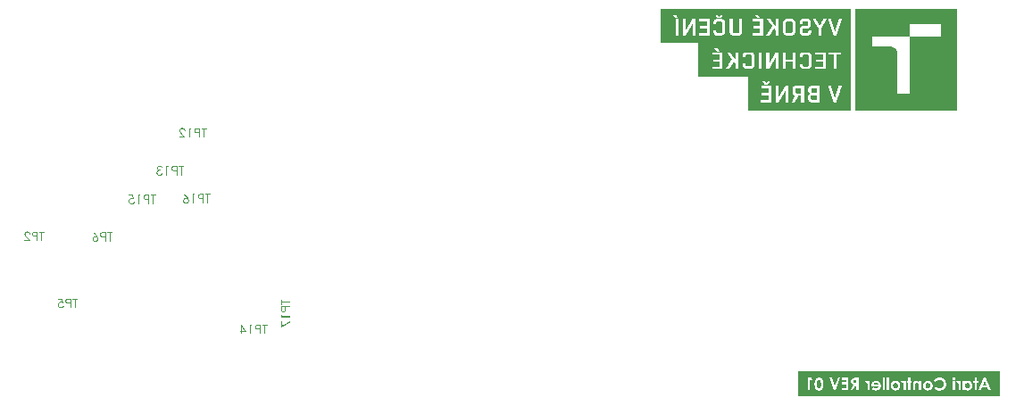
<source format=gbr>
%TF.GenerationSoftware,Altium Limited,Altium Designer,23.9.2 (47)*%
G04 Layer_Color=32896*
%FSLAX45Y45*%
%MOMM*%
%TF.SameCoordinates,CBF7E160-FA54-4A09-933F-9C1B5268631E*%
%TF.FilePolarity,Positive*%
%TF.FileFunction,Legend,Bot*%
%TF.Part,Single*%
G01*
G75*
G36*
X16556931Y8831590D02*
Y8828881D01*
Y8211144D01*
X15589684D01*
Y9178391D01*
X16556931D01*
Y8831590D01*
D02*
G37*
G36*
X15551752Y8211144D02*
X14573666D01*
Y8533559D01*
X14102235D01*
Y8855975D01*
X13741888D01*
Y9178391D01*
X15551752D01*
Y8211144D01*
D02*
G37*
G36*
X16964000Y5504168D02*
X15050000D01*
Y5739832D01*
X16964000D01*
Y5504168D01*
D02*
G37*
G36*
X10151624Y6400740D02*
X10233032D01*
Y6391725D01*
X10151624D01*
Y6371616D01*
X10142749D01*
Y6420849D01*
X10151624D01*
Y6400740D01*
D02*
G37*
G36*
X10233032Y6349426D02*
X10191149D01*
Y6337222D01*
X10191011Y6334726D01*
X10190872Y6332368D01*
Y6330288D01*
X10190733Y6328485D01*
X10190595Y6326821D01*
X10190456Y6325295D01*
X10190317Y6324047D01*
X10190179Y6322938D01*
X10190040Y6322106D01*
Y6321412D01*
X10189901Y6320858D01*
X10189762Y6320442D01*
Y6320164D01*
X10188792Y6317113D01*
X10187682Y6314478D01*
X10186295Y6312259D01*
X10185047Y6310456D01*
X10183799Y6308931D01*
X10182828Y6307821D01*
X10182135Y6307267D01*
X10181857Y6306989D01*
X10179500Y6305325D01*
X10177004Y6304215D01*
X10174507Y6303383D01*
X10172150Y6302690D01*
X10170069Y6302413D01*
X10169237Y6302274D01*
X10168405D01*
X10167712Y6302135D01*
X10167296D01*
X10167018D01*
X10166880D01*
X10163690Y6302413D01*
X10160777Y6302967D01*
X10158281Y6303661D01*
X10156062Y6304632D01*
X10154398Y6305602D01*
X10153150Y6306296D01*
X10152318Y6306850D01*
X10152040Y6307128D01*
X10149960Y6309069D01*
X10148296Y6311150D01*
X10146909Y6313230D01*
X10145800Y6315310D01*
X10145106Y6316974D01*
X10144551Y6318500D01*
X10144413Y6319055D01*
X10144274Y6319332D01*
X10144135Y6319609D01*
Y6319748D01*
X10143858Y6320858D01*
X10143719Y6322244D01*
X10143442Y6323631D01*
X10143303Y6325295D01*
X10143026Y6328763D01*
X10142887Y6332230D01*
X10142749Y6335419D01*
Y6358441D01*
X10233032D01*
Y6349426D01*
D02*
G37*
G36*
X10151624Y6263165D02*
X10233032D01*
Y6254151D01*
X10142749D01*
Y6272041D01*
X10151624Y6277311D01*
Y6263165D01*
D02*
G37*
G36*
X10151347Y6173298D02*
X10231506Y6215042D01*
X10235251Y6207414D01*
X10142749Y6159152D01*
Y6216429D01*
X10151347D01*
Y6173298D01*
D02*
G37*
G36*
X9261750Y7386449D02*
X9263691Y7383398D01*
X9265355Y7380485D01*
X9266742Y7377989D01*
X9267852Y7375909D01*
X9268684Y7374106D01*
X9269239Y7372858D01*
X9269516Y7372026D01*
X9269655Y7371887D01*
Y7371748D01*
X9270348Y7369529D01*
X9270903Y7367310D01*
X9271319Y7365369D01*
X9271596Y7363705D01*
X9271735Y7362179D01*
X9271874Y7361070D01*
Y7360376D01*
Y7360099D01*
X9271735Y7357464D01*
X9271319Y7354829D01*
X9270764Y7352471D01*
X9270071Y7350391D01*
X9269377Y7348727D01*
X9268822Y7347340D01*
X9268406Y7346508D01*
X9268268Y7346369D01*
Y7346230D01*
X9266742Y7343873D01*
X9265217Y7341931D01*
X9263552Y7340128D01*
X9262027Y7338741D01*
X9260640Y7337632D01*
X9259392Y7336800D01*
X9258699Y7336245D01*
X9258421Y7336106D01*
X9255925Y7334997D01*
X9253567Y7334165D01*
X9251210Y7333471D01*
X9249129Y7333055D01*
X9247188Y7332778D01*
X9245801Y7332639D01*
X9244553D01*
X9241779Y7332778D01*
X9239144Y7333194D01*
X9236648Y7333749D01*
X9234568Y7334442D01*
X9232765Y7335136D01*
X9231378Y7335690D01*
X9230962Y7335968D01*
X9230546Y7336106D01*
X9230407Y7336245D01*
X9230268D01*
X9227911Y7337771D01*
X9225830Y7339435D01*
X9224028Y7341099D01*
X9222641Y7342625D01*
X9221531Y7344011D01*
X9220699Y7345260D01*
X9220144Y7345953D01*
X9220006Y7346230D01*
X9218758Y7348727D01*
X9217787Y7351084D01*
X9217232Y7353581D01*
X9216677Y7355661D01*
X9216400Y7357603D01*
X9216261Y7359128D01*
Y7359683D01*
Y7360099D01*
Y7360238D01*
Y7360376D01*
X9216400Y7362456D01*
X9216539Y7364537D01*
X9217509Y7368142D01*
X9218619Y7371471D01*
X9220006Y7374245D01*
X9220838Y7375354D01*
X9221531Y7376464D01*
X9222086Y7377434D01*
X9222641Y7378128D01*
X9223195Y7378682D01*
X9223611Y7379099D01*
X9223750Y7379376D01*
X9223889Y7379515D01*
X9225276Y7380901D01*
X9226801Y7382150D01*
X9228327Y7383120D01*
X9229852Y7383952D01*
X9232903Y7385339D01*
X9235816Y7386310D01*
X9238312Y7386865D01*
X9239283Y7387004D01*
X9240254Y7387142D01*
X9241086Y7387281D01*
X9243721D01*
X9245385Y7387004D01*
X9246910Y7386726D01*
X9248297Y7386449D01*
X9249545Y7386171D01*
X9250516Y7385894D01*
X9251071Y7385755D01*
X9251348Y7385617D01*
X9226940Y7422507D01*
X9234290Y7427361D01*
X9261750Y7386449D01*
D02*
G37*
G36*
X9475739Y7416266D02*
X9455630D01*
Y7334858D01*
X9446615D01*
Y7416266D01*
X9426506D01*
Y7425142D01*
X9475739D01*
Y7416266D01*
D02*
G37*
G36*
X9413331Y7334858D02*
X9404317D01*
Y7376741D01*
X9392113D01*
X9389616Y7376880D01*
X9387259Y7377018D01*
X9385178D01*
X9383375Y7377157D01*
X9381711Y7377296D01*
X9380186Y7377434D01*
X9378938Y7377573D01*
X9377828Y7377712D01*
X9376996Y7377850D01*
X9376303D01*
X9375748Y7377989D01*
X9375332Y7378128D01*
X9375054D01*
X9372003Y7379099D01*
X9369368Y7380208D01*
X9367149Y7381595D01*
X9365347Y7382843D01*
X9363821Y7384091D01*
X9362712Y7385062D01*
X9362157Y7385755D01*
X9361879Y7386033D01*
X9360215Y7388390D01*
X9359106Y7390887D01*
X9358274Y7393383D01*
X9357580Y7395741D01*
X9357303Y7397821D01*
X9357164Y7398653D01*
Y7399485D01*
X9357025Y7400178D01*
Y7400595D01*
Y7400872D01*
Y7401011D01*
X9357303Y7404200D01*
X9357858Y7407113D01*
X9358551Y7409609D01*
X9359522Y7411828D01*
X9360493Y7413492D01*
X9361186Y7414740D01*
X9361741Y7415572D01*
X9362018Y7415850D01*
X9363960Y7417930D01*
X9366040Y7419594D01*
X9368120Y7420981D01*
X9370200Y7422091D01*
X9371865Y7422784D01*
X9373390Y7423339D01*
X9373945Y7423477D01*
X9374222Y7423616D01*
X9374500Y7423755D01*
X9374638D01*
X9375748Y7424032D01*
X9377135Y7424171D01*
X9378522Y7424448D01*
X9380186Y7424587D01*
X9383653Y7424864D01*
X9387120Y7425003D01*
X9390310Y7425142D01*
X9413331D01*
Y7334858D01*
D02*
G37*
G36*
X9332201Y7416266D02*
X9318055D01*
Y7334858D01*
X9309041D01*
Y7425142D01*
X9326931D01*
X9332201Y7416266D01*
D02*
G37*
G36*
X8747910Y7372456D02*
X8743888Y7374120D01*
X8740144Y7375230D01*
X8736815Y7376062D01*
X8734042Y7376755D01*
X8732794Y7376894D01*
X8731823Y7377033D01*
X8730852Y7377171D01*
X8730020D01*
X8729465Y7377310D01*
X8728633D01*
X8725166Y7377033D01*
X8722254Y7376339D01*
X8719619Y7375507D01*
X8717400Y7374398D01*
X8715597Y7373288D01*
X8714349Y7372456D01*
X8713516Y7371763D01*
X8713239Y7371485D01*
X8711298Y7369266D01*
X8709911Y7366770D01*
X8708801Y7364274D01*
X8708108Y7362055D01*
X8707692Y7359975D01*
X8707553Y7359004D01*
Y7358310D01*
X8707414Y7357617D01*
Y7357201D01*
Y7356924D01*
Y7356785D01*
Y7354982D01*
X8707692Y7353179D01*
X8708385Y7349851D01*
X8709495Y7346938D01*
X8710604Y7344581D01*
X8711852Y7342500D01*
X8712407Y7341807D01*
X8712962Y7341114D01*
X8713378Y7340559D01*
X8713655Y7340143D01*
X8713794Y7340004D01*
X8713933Y7339865D01*
X8715181Y7338756D01*
X8716429Y7337646D01*
X8719064Y7335982D01*
X8721560Y7334873D01*
X8723918Y7334041D01*
X8725998Y7333625D01*
X8726969Y7333347D01*
X8727662D01*
X8728356Y7333209D01*
X8729188D01*
X8730852Y7333347D01*
X8732516Y7333486D01*
X8733903Y7333763D01*
X8735290Y7334179D01*
X8736399Y7334595D01*
X8737231Y7334873D01*
X8737786Y7335011D01*
X8737925Y7335150D01*
X8739450Y7335982D01*
X8740699Y7336814D01*
X8741808Y7337646D01*
X8742779Y7338479D01*
X8743611Y7339172D01*
X8744166Y7339727D01*
X8744443Y7340143D01*
X8744582Y7340281D01*
X8745414Y7341668D01*
X8746107Y7343055D01*
X8746801Y7344442D01*
X8747217Y7345829D01*
X8747633Y7347077D01*
X8747910Y7348048D01*
X8748049Y7348603D01*
Y7348880D01*
X8757202D01*
X8756925Y7346938D01*
X8756370Y7344997D01*
X8755260Y7341530D01*
X8753735Y7338617D01*
X8752209Y7336121D01*
X8750822Y7334041D01*
X8750129Y7333347D01*
X8749574Y7332654D01*
X8749020Y7332099D01*
X8748604Y7331683D01*
X8748465Y7331544D01*
X8748326Y7331406D01*
X8746801Y7330296D01*
X8745275Y7329187D01*
X8742224Y7327523D01*
X8739034Y7326413D01*
X8736122Y7325581D01*
X8733626Y7325165D01*
X8732516Y7324888D01*
X8731545D01*
X8730852Y7324749D01*
X8729743D01*
X8726414Y7324888D01*
X8723363Y7325304D01*
X8720589Y7325997D01*
X8718232Y7326690D01*
X8716290Y7327384D01*
X8714903Y7328077D01*
X8714349Y7328216D01*
X8713933Y7328493D01*
X8713794Y7328632D01*
X8713655D01*
X8711159Y7330296D01*
X8708940Y7332099D01*
X8706998Y7334041D01*
X8705334Y7335844D01*
X8704086Y7337508D01*
X8703115Y7338756D01*
X8702838Y7339311D01*
X8702560Y7339727D01*
X8702422Y7339865D01*
Y7340004D01*
X8701035Y7342916D01*
X8700064Y7345690D01*
X8699232Y7348464D01*
X8698816Y7350960D01*
X8698539Y7353179D01*
X8698400Y7354150D01*
X8698261Y7354843D01*
Y7355537D01*
Y7355953D01*
Y7356230D01*
Y7356369D01*
X8698400Y7358726D01*
X8698539Y7360945D01*
X8698955Y7363164D01*
X8699509Y7365106D01*
X8700064Y7366909D01*
X8700758Y7368712D01*
X8701590Y7370237D01*
X8702283Y7371763D01*
X8702976Y7373011D01*
X8703809Y7374120D01*
X8704502Y7375230D01*
X8705057Y7375923D01*
X8705611Y7376617D01*
X8705889Y7377033D01*
X8706166Y7377310D01*
X8706305Y7377449D01*
X8707830Y7378974D01*
X8709495Y7380222D01*
X8711159Y7381332D01*
X8712823Y7382303D01*
X8714626Y7383135D01*
X8716290Y7383690D01*
X8719480Y7384799D01*
X8720867Y7385076D01*
X8722254Y7385354D01*
X8723502Y7385492D01*
X8724473Y7385631D01*
X8725305Y7385770D01*
X8726553D01*
X8728356Y7385631D01*
X8730159Y7385492D01*
X8731961Y7385215D01*
X8733626Y7384938D01*
X8735151Y7384522D01*
X8736261Y7384244D01*
X8736954Y7384106D01*
X8737093Y7383967D01*
X8737231D01*
X8732655Y7408653D01*
X8700619D01*
Y7417251D01*
X8739589D01*
X8747910Y7372456D01*
D02*
G37*
G36*
X8957739Y7408375D02*
X8937630D01*
Y7326968D01*
X8928615D01*
Y7408375D01*
X8908506D01*
Y7417251D01*
X8957739D01*
Y7408375D01*
D02*
G37*
G36*
X8895331Y7326968D02*
X8886317D01*
Y7368850D01*
X8874113D01*
X8871616Y7368989D01*
X8869259Y7369128D01*
X8867178D01*
X8865375Y7369266D01*
X8863711Y7369405D01*
X8862186Y7369544D01*
X8860938Y7369682D01*
X8859828Y7369821D01*
X8858996Y7369960D01*
X8858303D01*
X8857748Y7370099D01*
X8857332Y7370237D01*
X8857054D01*
X8854003Y7371208D01*
X8851368Y7372317D01*
X8849149Y7373704D01*
X8847347Y7374952D01*
X8845821Y7376201D01*
X8844712Y7377171D01*
X8844157Y7377865D01*
X8843879Y7378142D01*
X8842215Y7380500D01*
X8841106Y7382996D01*
X8840274Y7385492D01*
X8839580Y7387850D01*
X8839303Y7389930D01*
X8839164Y7390762D01*
Y7391595D01*
X8839026Y7392288D01*
Y7392704D01*
Y7392981D01*
Y7393120D01*
X8839303Y7396310D01*
X8839858Y7399222D01*
X8840551Y7401718D01*
X8841522Y7403937D01*
X8842493Y7405602D01*
X8843186Y7406850D01*
X8843741Y7407682D01*
X8844018Y7407959D01*
X8845960Y7410040D01*
X8848040Y7411704D01*
X8850120Y7413091D01*
X8852200Y7414200D01*
X8853865Y7414893D01*
X8855390Y7415448D01*
X8855945Y7415587D01*
X8856222Y7415726D01*
X8856500Y7415864D01*
X8856638D01*
X8857748Y7416142D01*
X8859135Y7416280D01*
X8860522Y7416558D01*
X8862186Y7416696D01*
X8865653Y7416974D01*
X8869120Y7417112D01*
X8872310Y7417251D01*
X8895331D01*
Y7326968D01*
D02*
G37*
G36*
X8814201Y7408375D02*
X8800055D01*
Y7326968D01*
X8791041D01*
Y7417251D01*
X8808931D01*
X8814201Y7408375D01*
D02*
G37*
G36*
X10017848Y6176156D02*
X9997739D01*
Y6094749D01*
X9988725D01*
Y6176156D01*
X9968616D01*
Y6185032D01*
X10017848D01*
Y6176156D01*
D02*
G37*
G36*
X9955441Y6094749D02*
X9946426D01*
Y6136631D01*
X9934222D01*
X9931726Y6136770D01*
X9929368Y6136909D01*
X9927288D01*
X9925485Y6137047D01*
X9923821Y6137186D01*
X9922295Y6137325D01*
X9921047Y6137463D01*
X9919937Y6137602D01*
X9919105Y6137741D01*
X9918412D01*
X9917857Y6137880D01*
X9917441Y6138018D01*
X9917164D01*
X9914113Y6138989D01*
X9911478Y6140098D01*
X9909259Y6141485D01*
X9907456Y6142733D01*
X9905930Y6143982D01*
X9904821Y6144952D01*
X9904266Y6145646D01*
X9903989Y6145923D01*
X9902325Y6148281D01*
X9901215Y6150777D01*
X9900383Y6153273D01*
X9899690Y6155631D01*
X9899412Y6157711D01*
X9899274Y6158543D01*
Y6159376D01*
X9899135Y6160069D01*
Y6160485D01*
Y6160762D01*
Y6160901D01*
X9899412Y6164091D01*
X9899967Y6167003D01*
X9900660Y6169499D01*
X9901631Y6171718D01*
X9902602Y6173383D01*
X9903295Y6174631D01*
X9903850Y6175463D01*
X9904128Y6175740D01*
X9906069Y6177821D01*
X9908149Y6179485D01*
X9910230Y6180872D01*
X9912310Y6181981D01*
X9913974Y6182674D01*
X9915500Y6183229D01*
X9916054Y6183368D01*
X9916332Y6183507D01*
X9916609Y6183645D01*
X9916748D01*
X9917857Y6183923D01*
X9919244Y6184061D01*
X9920631Y6184339D01*
X9922295Y6184477D01*
X9925762Y6184755D01*
X9929229Y6184893D01*
X9932419Y6185032D01*
X9955441D01*
Y6094749D01*
D02*
G37*
G36*
X9874310Y6176156D02*
X9860165D01*
Y6094749D01*
X9851150D01*
Y6185032D01*
X9869040D01*
X9874310Y6176156D01*
D02*
G37*
G36*
X9819253Y6115690D02*
X9776122D01*
Y6094749D01*
X9767108D01*
Y6115690D01*
X9756152D01*
Y6124288D01*
X9767108D01*
Y6187251D01*
X9769049D01*
X9819253Y6115690D01*
D02*
G37*
G36*
X8998308Y7692083D02*
X9001498Y7691390D01*
X9004410Y7690419D01*
X9006907Y7689309D01*
X9008848Y7688200D01*
X9009680Y7687645D01*
X9010374Y7687229D01*
X9010928Y7686813D01*
X9011344Y7686536D01*
X9011483Y7686397D01*
X9011622Y7686258D01*
X9014118Y7683762D01*
X9016060Y7681127D01*
X9017724Y7678215D01*
X9019111Y7675441D01*
X9020082Y7673083D01*
X9020359Y7671974D01*
X9020636Y7671003D01*
X9020914Y7670310D01*
X9021052Y7669755D01*
X9021191Y7669339D01*
Y7669200D01*
X9012038D01*
X9010928Y7671974D01*
X9009680Y7674193D01*
X9008571Y7676135D01*
X9007461Y7677660D01*
X9006490Y7678770D01*
X9005658Y7679602D01*
X9005104Y7680156D01*
X9004965Y7680295D01*
X9003301Y7681404D01*
X9001637Y7682237D01*
X8999972Y7682791D01*
X8998308Y7683207D01*
X8997060Y7683485D01*
X8995951Y7683623D01*
X8994980D01*
X8992345Y7683485D01*
X8990126Y7682930D01*
X8988046Y7682237D01*
X8986243Y7681543D01*
X8984856Y7680711D01*
X8983885Y7680018D01*
X8983330Y7679463D01*
X8983053Y7679324D01*
X8981527Y7677660D01*
X8980279Y7675857D01*
X8979447Y7674193D01*
X8978892Y7672529D01*
X8978615Y7671142D01*
X8978338Y7670032D01*
Y7669339D01*
Y7669200D01*
Y7669062D01*
X8978476Y7667536D01*
X8978754Y7666288D01*
X8979031Y7665040D01*
X8979447Y7663930D01*
X8980002Y7662960D01*
X8980279Y7662266D01*
X8980557Y7661850D01*
X8980695Y7661711D01*
X8981666Y7660463D01*
X8982914Y7659492D01*
X8984162Y7658522D01*
X8985272Y7657690D01*
X8986381Y7656996D01*
X8987352Y7656580D01*
X8987907Y7656303D01*
X8988184Y7656164D01*
X8990126Y7655471D01*
X8992067Y7654916D01*
X8993870Y7654638D01*
X8995534Y7654361D01*
X8997060Y7654222D01*
X8998308Y7654084D01*
X8999279D01*
Y7645763D01*
X8995673Y7645485D01*
X8992483Y7645069D01*
X8989848Y7644653D01*
X8987629Y7644099D01*
X8985965Y7643682D01*
X8984856Y7643266D01*
X8984162Y7642989D01*
X8983885Y7642850D01*
X8982082Y7641880D01*
X8980418Y7640770D01*
X8979031Y7639661D01*
X8977922Y7638551D01*
X8977089Y7637442D01*
X8976396Y7636610D01*
X8975980Y7636055D01*
X8975841Y7635916D01*
X8974871Y7634252D01*
X8974038Y7632449D01*
X8973484Y7630785D01*
X8973206Y7629259D01*
X8972929Y7628011D01*
X8972790Y7626902D01*
Y7626347D01*
Y7626070D01*
Y7624544D01*
X8973068Y7623157D01*
X8973761Y7620522D01*
X8974732Y7618165D01*
X8975703Y7616084D01*
X8976812Y7614420D01*
X8977783Y7613311D01*
X8978476Y7612479D01*
X8978615Y7612340D01*
X8978754Y7612201D01*
X8981111Y7610260D01*
X8983746Y7608873D01*
X8986381Y7607763D01*
X8988878Y7607070D01*
X8991097Y7606654D01*
X8992067Y7606515D01*
X8992899D01*
X8993593Y7606376D01*
X8994564D01*
X8997615Y7606654D01*
X9000388Y7607209D01*
X9002746Y7607902D01*
X9004826Y7608873D01*
X9006490Y7609705D01*
X9007739Y7610537D01*
X9008432Y7611092D01*
X9008709Y7611230D01*
X9010235Y7612895D01*
X9011622Y7614836D01*
X9012731Y7616916D01*
X9013702Y7619135D01*
X9014395Y7620938D01*
X9014950Y7622602D01*
X9015089Y7623157D01*
X9015228Y7623573D01*
X9015366Y7623851D01*
Y7623989D01*
X9024242D01*
X9023687Y7621632D01*
X9023133Y7619413D01*
X9022439Y7617332D01*
X9021607Y7615391D01*
X9020914Y7613588D01*
X9019943Y7612063D01*
X9019111Y7610537D01*
X9018279Y7609289D01*
X9017447Y7608041D01*
X9016753Y7607070D01*
X9015921Y7606238D01*
X9015366Y7605544D01*
X9014812Y7604990D01*
X9014395Y7604574D01*
X9014257Y7604435D01*
X9014118Y7604296D01*
X9012593Y7603187D01*
X9011067Y7602077D01*
X9007739Y7600413D01*
X9004549Y7599304D01*
X9001498Y7598471D01*
X8998724Y7598055D01*
X8997615Y7597778D01*
X8996644D01*
X8995812Y7597639D01*
X8994702D01*
X8991513Y7597778D01*
X8988600Y7598194D01*
X8985965Y7598888D01*
X8983746Y7599581D01*
X8981805Y7600136D01*
X8980418Y7600829D01*
X8979863Y7601106D01*
X8979447Y7601245D01*
X8979308Y7601384D01*
X8979170D01*
X8976673Y7602909D01*
X8974454Y7604574D01*
X8972513Y7606376D01*
X8970987Y7608179D01*
X8969739Y7609705D01*
X8968768Y7610953D01*
X8968214Y7611785D01*
X8968075Y7611924D01*
Y7612063D01*
X8966688Y7614697D01*
X8965717Y7617332D01*
X8964885Y7619829D01*
X8964469Y7622048D01*
X8964192Y7623989D01*
X8963915Y7625515D01*
Y7626070D01*
Y7626486D01*
Y7626624D01*
Y7626763D01*
Y7628427D01*
X8964192Y7629953D01*
X8964885Y7633004D01*
X8965856Y7635777D01*
X8966827Y7638135D01*
X8967936Y7640077D01*
X8968907Y7641602D01*
X8969323Y7642157D01*
X8969601Y7642573D01*
X8969739Y7642712D01*
X8969878Y7642850D01*
X8971542Y7644653D01*
X8973345Y7646179D01*
X8975148Y7647566D01*
X8976812Y7648675D01*
X8978338Y7649507D01*
X8979447Y7650062D01*
X8980279Y7650478D01*
X8980418Y7650617D01*
X8980557D01*
X8978476Y7652003D01*
X8976673Y7653390D01*
X8975148Y7654916D01*
X8973761Y7656303D01*
X8972652Y7657967D01*
X8971681Y7659492D01*
X8970987Y7660879D01*
X8970294Y7662405D01*
X8969462Y7665040D01*
X8969323Y7666149D01*
X8969046Y7667120D01*
Y7667952D01*
X8968907Y7668507D01*
Y7668923D01*
Y7669062D01*
X8969046Y7671281D01*
X8969462Y7673222D01*
X8970017Y7675164D01*
X8970571Y7676828D01*
X8971265Y7678215D01*
X8971819Y7679324D01*
X8972236Y7680018D01*
X8972374Y7680295D01*
X8973761Y7682237D01*
X8975287Y7684039D01*
X8976812Y7685565D01*
X8978338Y7686813D01*
X8979724Y7687784D01*
X8980834Y7688477D01*
X8981527Y7688893D01*
X8981666Y7689032D01*
X8981805D01*
X8984024Y7690142D01*
X8986381Y7690974D01*
X8988600Y7691528D01*
X8990542Y7691944D01*
X8992345Y7692222D01*
X8993593Y7692361D01*
X8996644D01*
X8998308Y7692083D01*
D02*
G37*
G36*
X9224086Y7681266D02*
X9203977D01*
Y7599858D01*
X9194962D01*
Y7681266D01*
X9174853D01*
Y7690142D01*
X9224086D01*
Y7681266D01*
D02*
G37*
G36*
X9161678Y7599858D02*
X9152663D01*
Y7641741D01*
X9140459D01*
X9137963Y7641880D01*
X9135605Y7642018D01*
X9133525D01*
X9131722Y7642157D01*
X9130058Y7642296D01*
X9128532Y7642434D01*
X9127284Y7642573D01*
X9126175Y7642712D01*
X9125343Y7642850D01*
X9124649D01*
X9124095Y7642989D01*
X9123678Y7643128D01*
X9123401D01*
X9120350Y7644099D01*
X9117715Y7645208D01*
X9115496Y7646595D01*
X9113693Y7647843D01*
X9112168Y7649091D01*
X9111058Y7650062D01*
X9110503Y7650755D01*
X9110226Y7651033D01*
X9108562Y7653390D01*
X9107452Y7655887D01*
X9106620Y7658383D01*
X9105927Y7660741D01*
X9105650Y7662821D01*
X9105511Y7663653D01*
Y7664485D01*
X9105372Y7665178D01*
Y7665595D01*
Y7665872D01*
Y7666011D01*
X9105650Y7669200D01*
X9106204Y7672113D01*
X9106898Y7674609D01*
X9107868Y7676828D01*
X9108839Y7678492D01*
X9109533Y7679740D01*
X9110087Y7680572D01*
X9110365Y7680850D01*
X9112306Y7682930D01*
X9114387Y7684594D01*
X9116467Y7685981D01*
X9118547Y7687091D01*
X9120211Y7687784D01*
X9121737Y7688339D01*
X9122292Y7688477D01*
X9122569Y7688616D01*
X9122846Y7688755D01*
X9122985D01*
X9124095Y7689032D01*
X9125481Y7689171D01*
X9126868Y7689448D01*
X9128532Y7689587D01*
X9132000Y7689864D01*
X9135467Y7690003D01*
X9138656Y7690142D01*
X9161678D01*
Y7599858D01*
D02*
G37*
G36*
X9080548Y7681266D02*
X9066402D01*
Y7599858D01*
X9057388D01*
Y7690142D01*
X9075278D01*
X9080548Y7681266D01*
D02*
G37*
G36*
X9211396Y8051112D02*
X9213476Y8050835D01*
X9215556Y8050419D01*
X9217636Y8049864D01*
X9221242Y8048477D01*
X9222768Y8047784D01*
X9224293Y8046952D01*
X9225541Y8046120D01*
X9226790Y8045426D01*
X9227760Y8044594D01*
X9228592Y8044040D01*
X9229286Y8043485D01*
X9229702Y8043069D01*
X9229979Y8042791D01*
X9230118Y8042653D01*
X9231643Y8040988D01*
X9233030Y8039186D01*
X9234140Y8037521D01*
X9235111Y8035580D01*
X9235943Y8033777D01*
X9236636Y8031974D01*
X9237746Y8028507D01*
X9238162Y8026981D01*
X9238439Y8025456D01*
X9238716Y8024208D01*
X9238855Y8023098D01*
Y8022127D01*
X9238994Y8021434D01*
Y8021018D01*
Y8020879D01*
X9230395D01*
X9229979Y8024624D01*
X9229147Y8027814D01*
X9228038Y8030587D01*
X9226928Y8032806D01*
X9225819Y8034609D01*
X9224848Y8035857D01*
X9224293Y8036689D01*
X9224016Y8036967D01*
X9221658Y8038908D01*
X9219301Y8040295D01*
X9216804Y8041405D01*
X9214585Y8042098D01*
X9212505Y8042514D01*
X9210841Y8042653D01*
X9210286Y8042791D01*
X9209454D01*
X9206542Y8042514D01*
X9203768Y8041959D01*
X9201410Y8040988D01*
X9199469Y8040018D01*
X9197805Y8039047D01*
X9196556Y8038076D01*
X9195863Y8037521D01*
X9195586Y8037244D01*
X9193644Y8035025D01*
X9192257Y8032806D01*
X9191148Y8030587D01*
X9190454Y8028646D01*
X9190038Y8026843D01*
X9189900Y8025317D01*
X9189761Y8024762D01*
Y8024346D01*
Y8024208D01*
Y8024069D01*
X9189900Y8021850D01*
X9190316Y8019770D01*
X9190732Y8017828D01*
X9191286Y8016025D01*
X9191980Y8014639D01*
X9192396Y8013529D01*
X9192812Y8012836D01*
X9192951Y8012558D01*
X9193644Y8011449D01*
X9194476Y8010339D01*
X9196418Y8007704D01*
X9198637Y8004931D01*
X9200994Y8002157D01*
X9203213Y7999799D01*
X9204184Y7998690D01*
X9205016Y7997719D01*
X9205710Y7997026D01*
X9206264Y7996471D01*
X9206542Y7996055D01*
X9206680Y7995916D01*
X9241074Y7958749D01*
X9179776D01*
Y7967347D01*
X9221658D01*
X9199053Y7991617D01*
X9197111Y7993697D01*
X9195447Y7995639D01*
X9193783Y7997580D01*
X9192396Y7999383D01*
X9191009Y8000909D01*
X9189900Y8002434D01*
X9187958Y8005069D01*
X9187126Y8006179D01*
X9186571Y8007011D01*
X9186016Y8007843D01*
X9185462Y8008536D01*
X9185184Y8009091D01*
X9184907Y8009507D01*
X9184768Y8009646D01*
Y8009785D01*
X9183520Y8012420D01*
X9182549Y8014916D01*
X9181995Y8017274D01*
X9181440Y8019492D01*
X9181162Y8021434D01*
X9181024Y8022960D01*
Y8023514D01*
Y8023930D01*
Y8024069D01*
Y8024208D01*
X9181162Y8026288D01*
X9181301Y8028230D01*
X9182272Y8031835D01*
X9183520Y8035025D01*
X9184907Y8037799D01*
X9185600Y8039047D01*
X9186294Y8040156D01*
X9186987Y8040988D01*
X9187542Y8041821D01*
X9188097Y8042375D01*
X9188513Y8042791D01*
X9188651Y8043069D01*
X9188790Y8043207D01*
X9190316Y8044594D01*
X9191841Y8045842D01*
X9193505Y8046952D01*
X9195170Y8047923D01*
X9196972Y8048616D01*
X9198637Y8049310D01*
X9201826Y8050280D01*
X9203352Y8050558D01*
X9204739Y8050835D01*
X9205848Y8050974D01*
X9206958Y8051112D01*
X9207790Y8051251D01*
X9209038D01*
X9211396Y8051112D01*
D02*
G37*
G36*
X9440224Y8040156D02*
X9420115D01*
Y7958749D01*
X9411101D01*
Y8040156D01*
X9390991D01*
Y8049032D01*
X9440224D01*
Y8040156D01*
D02*
G37*
G36*
X9377816Y7958749D02*
X9368802D01*
Y8000631D01*
X9356598D01*
X9354101Y8000770D01*
X9351744Y8000909D01*
X9349664D01*
X9347861Y8001047D01*
X9346196Y8001186D01*
X9344671Y8001325D01*
X9343423Y8001464D01*
X9342313Y8001602D01*
X9341481Y8001741D01*
X9340788D01*
X9340233Y8001880D01*
X9339817Y8002018D01*
X9339540D01*
X9336489Y8002989D01*
X9333854Y8004099D01*
X9331635Y8005485D01*
X9329832Y8006734D01*
X9328306Y8007982D01*
X9327197Y8008952D01*
X9326642Y8009646D01*
X9326365Y8009923D01*
X9324700Y8012281D01*
X9323591Y8014777D01*
X9322759Y8017274D01*
X9322065Y8019631D01*
X9321788Y8021711D01*
X9321649Y8022544D01*
Y8023376D01*
X9321511Y8024069D01*
Y8024485D01*
Y8024762D01*
Y8024901D01*
X9321788Y8028091D01*
X9322343Y8031003D01*
X9323036Y8033500D01*
X9324007Y8035718D01*
X9324978Y8037383D01*
X9325671Y8038631D01*
X9326226Y8039463D01*
X9326503Y8039740D01*
X9328445Y8041821D01*
X9330525Y8043485D01*
X9332605Y8044872D01*
X9334686Y8045981D01*
X9336350Y8046675D01*
X9337875Y8047229D01*
X9338430Y8047368D01*
X9338708Y8047507D01*
X9338985Y8047645D01*
X9339124D01*
X9340233Y8047923D01*
X9341620Y8048061D01*
X9343007Y8048339D01*
X9344671Y8048477D01*
X9348138Y8048755D01*
X9351605Y8048893D01*
X9354795Y8049032D01*
X9377816D01*
Y7958749D01*
D02*
G37*
G36*
X9296686Y8040156D02*
X9282540D01*
Y7958749D01*
X9273526D01*
Y8049032D01*
X9291416D01*
X9296686Y8040156D01*
D02*
G37*
G36*
X8401559Y7022449D02*
X8403501Y7019398D01*
X8405165Y7016485D01*
X8406552Y7013989D01*
X8407661Y7011909D01*
X8408493Y7010106D01*
X8409048Y7008858D01*
X8409326Y7008026D01*
X8409464Y7007887D01*
Y7007748D01*
X8410158Y7005529D01*
X8410712Y7003310D01*
X8411128Y7001369D01*
X8411406Y6999705D01*
X8411545Y6998179D01*
X8411683Y6997070D01*
Y6996376D01*
Y6996099D01*
X8411545Y6993464D01*
X8411128Y6990829D01*
X8410574Y6988471D01*
X8409880Y6986391D01*
X8409187Y6984727D01*
X8408632Y6983340D01*
X8408216Y6982508D01*
X8408077Y6982369D01*
Y6982230D01*
X8406552Y6979873D01*
X8405026Y6977931D01*
X8403362Y6976128D01*
X8401837Y6974741D01*
X8400450Y6973632D01*
X8399202Y6972800D01*
X8398508Y6972245D01*
X8398231Y6972106D01*
X8395735Y6970997D01*
X8393377Y6970165D01*
X8391019Y6969471D01*
X8388939Y6969055D01*
X8386997Y6968778D01*
X8385611Y6968639D01*
X8384362D01*
X8381589Y6968778D01*
X8378954Y6969194D01*
X8376457Y6969749D01*
X8374377Y6970442D01*
X8372574Y6971136D01*
X8371187Y6971690D01*
X8370771Y6971968D01*
X8370355Y6972106D01*
X8370217Y6972245D01*
X8370078D01*
X8367720Y6973771D01*
X8365640Y6975435D01*
X8363837Y6977099D01*
X8362450Y6978625D01*
X8361341Y6980011D01*
X8360509Y6981260D01*
X8359954Y6981953D01*
X8359815Y6982230D01*
X8358567Y6984727D01*
X8357596Y6987084D01*
X8357042Y6989581D01*
X8356487Y6991661D01*
X8356210Y6993602D01*
X8356071Y6995128D01*
Y6995683D01*
Y6996099D01*
Y6996237D01*
Y6996376D01*
X8356210Y6998456D01*
X8356348Y7000537D01*
X8357319Y7004142D01*
X8358429Y7007471D01*
X8359815Y7010245D01*
X8360647Y7011354D01*
X8361341Y7012463D01*
X8361896Y7013434D01*
X8362450Y7014128D01*
X8363005Y7014682D01*
X8363421Y7015098D01*
X8363560Y7015376D01*
X8363699Y7015515D01*
X8365085Y7016901D01*
X8366611Y7018150D01*
X8368136Y7019120D01*
X8369662Y7019952D01*
X8372713Y7021339D01*
X8375625Y7022310D01*
X8378122Y7022865D01*
X8379092Y7023003D01*
X8380063Y7023142D01*
X8380895Y7023281D01*
X8383530D01*
X8385195Y7023003D01*
X8386720Y7022726D01*
X8388107Y7022449D01*
X8389355Y7022171D01*
X8390326Y7021894D01*
X8390881Y7021755D01*
X8391158Y7021617D01*
X8366750Y7058507D01*
X8374100Y7063361D01*
X8401559Y7022449D01*
D02*
G37*
G36*
X8545929Y7052266D02*
X8525820D01*
Y6970858D01*
X8516806D01*
Y7052266D01*
X8496696D01*
Y7061142D01*
X8545929D01*
Y7052266D01*
D02*
G37*
G36*
X8483522Y6970858D02*
X8474507D01*
Y7012741D01*
X8462303D01*
X8459807Y7012880D01*
X8457449Y7013018D01*
X8455369D01*
X8453566Y7013157D01*
X8451902Y7013296D01*
X8450376Y7013434D01*
X8449128Y7013573D01*
X8448018Y7013712D01*
X8447186Y7013850D01*
X8446493D01*
X8445938Y7013989D01*
X8445522Y7014128D01*
X8445245D01*
X8442194Y7015098D01*
X8439559Y7016208D01*
X8437340Y7017595D01*
X8435537Y7018843D01*
X8434011Y7020091D01*
X8432902Y7021062D01*
X8432347Y7021755D01*
X8432070Y7022033D01*
X8430406Y7024390D01*
X8429296Y7026887D01*
X8428464Y7029383D01*
X8427771Y7031741D01*
X8427493Y7033821D01*
X8427354Y7034653D01*
Y7035485D01*
X8427216Y7036178D01*
Y7036595D01*
Y7036872D01*
Y7037011D01*
X8427493Y7040200D01*
X8428048Y7043113D01*
X8428741Y7045609D01*
X8429712Y7047828D01*
X8430683Y7049492D01*
X8431376Y7050740D01*
X8431931Y7051572D01*
X8432208Y7051850D01*
X8434150Y7053930D01*
X8436230Y7055594D01*
X8438311Y7056981D01*
X8440391Y7058091D01*
X8442055Y7058784D01*
X8443581Y7059339D01*
X8444135Y7059477D01*
X8444413Y7059616D01*
X8444690Y7059755D01*
X8444829D01*
X8445938Y7060032D01*
X8447325Y7060171D01*
X8448712Y7060448D01*
X8450376Y7060587D01*
X8453843Y7060864D01*
X8457310Y7061003D01*
X8460500Y7061142D01*
X8483522D01*
Y6970858D01*
D02*
G37*
G36*
X8077720Y6387456D02*
X8073698Y6389120D01*
X8069953Y6390230D01*
X8066625Y6391062D01*
X8063851Y6391755D01*
X8062603Y6391894D01*
X8061632Y6392033D01*
X8060662Y6392171D01*
X8059829D01*
X8059275Y6392310D01*
X8058443D01*
X8054976Y6392033D01*
X8052063Y6391339D01*
X8049428Y6390507D01*
X8047209Y6389398D01*
X8045406Y6388288D01*
X8044158Y6387456D01*
X8043326Y6386763D01*
X8043049Y6386485D01*
X8041107Y6384266D01*
X8039720Y6381770D01*
X8038611Y6379274D01*
X8037917Y6377055D01*
X8037501Y6374975D01*
X8037363Y6374004D01*
Y6373310D01*
X8037224Y6372617D01*
Y6372201D01*
Y6371924D01*
Y6371785D01*
Y6369982D01*
X8037501Y6368179D01*
X8038195Y6364851D01*
X8039304Y6361938D01*
X8040414Y6359581D01*
X8041662Y6357500D01*
X8042217Y6356807D01*
X8042771Y6356114D01*
X8043187Y6355559D01*
X8043465Y6355143D01*
X8043603Y6355004D01*
X8043742Y6354865D01*
X8044990Y6353756D01*
X8046238Y6352646D01*
X8048873Y6350982D01*
X8051370Y6349873D01*
X8053727Y6349041D01*
X8055808Y6348625D01*
X8056778Y6348347D01*
X8057472D01*
X8058165Y6348209D01*
X8058997D01*
X8060662Y6348347D01*
X8062326Y6348486D01*
X8063713Y6348763D01*
X8065099Y6349179D01*
X8066209Y6349595D01*
X8067041Y6349873D01*
X8067596Y6350011D01*
X8067734Y6350150D01*
X8069260Y6350982D01*
X8070508Y6351814D01*
X8071618Y6352646D01*
X8072588Y6353479D01*
X8073420Y6354172D01*
X8073975Y6354727D01*
X8074253Y6355143D01*
X8074391Y6355281D01*
X8075223Y6356668D01*
X8075917Y6358055D01*
X8076610Y6359442D01*
X8077026Y6360829D01*
X8077442Y6362077D01*
X8077720Y6363048D01*
X8077858Y6363602D01*
Y6363880D01*
X8087012D01*
X8086734Y6361938D01*
X8086179Y6359997D01*
X8085070Y6356530D01*
X8083544Y6353617D01*
X8082019Y6351121D01*
X8080632Y6349041D01*
X8079939Y6348347D01*
X8079384Y6347654D01*
X8078829Y6347099D01*
X8078413Y6346683D01*
X8078274Y6346544D01*
X8078136Y6346406D01*
X8076610Y6345296D01*
X8075085Y6344187D01*
X8072034Y6342522D01*
X8068844Y6341413D01*
X8065932Y6340581D01*
X8063435Y6340165D01*
X8062326Y6339887D01*
X8061355D01*
X8060662Y6339749D01*
X8059552D01*
X8056224Y6339887D01*
X8053173Y6340304D01*
X8050399Y6340997D01*
X8048041Y6341690D01*
X8046100Y6342384D01*
X8044713Y6343077D01*
X8044158Y6343216D01*
X8043742Y6343493D01*
X8043603Y6343632D01*
X8043465D01*
X8040968Y6345296D01*
X8038749Y6347099D01*
X8036808Y6349041D01*
X8035144Y6350844D01*
X8033896Y6352508D01*
X8032925Y6353756D01*
X8032647Y6354311D01*
X8032370Y6354727D01*
X8032231Y6354865D01*
Y6355004D01*
X8030844Y6357916D01*
X8029874Y6360690D01*
X8029042Y6363464D01*
X8028626Y6365960D01*
X8028348Y6368179D01*
X8028209Y6369150D01*
X8028071Y6369843D01*
Y6370537D01*
Y6370953D01*
Y6371230D01*
Y6371369D01*
X8028209Y6373726D01*
X8028348Y6375945D01*
X8028764Y6378164D01*
X8029319Y6380106D01*
X8029874Y6381909D01*
X8030567Y6383712D01*
X8031399Y6385237D01*
X8032093Y6386763D01*
X8032786Y6388011D01*
X8033618Y6389120D01*
X8034312Y6390230D01*
X8034866Y6390923D01*
X8035421Y6391617D01*
X8035698Y6392033D01*
X8035976Y6392310D01*
X8036114Y6392449D01*
X8037640Y6393974D01*
X8039304Y6395222D01*
X8040968Y6396332D01*
X8042633Y6397303D01*
X8044436Y6398135D01*
X8046100Y6398690D01*
X8049289Y6399799D01*
X8050676Y6400076D01*
X8052063Y6400354D01*
X8053311Y6400492D01*
X8054282Y6400631D01*
X8055114Y6400770D01*
X8056362D01*
X8058165Y6400631D01*
X8059968Y6400492D01*
X8061771Y6400215D01*
X8063435Y6399938D01*
X8064961Y6399522D01*
X8066070Y6399244D01*
X8066764Y6399106D01*
X8066902Y6398967D01*
X8067041D01*
X8062464Y6423653D01*
X8030428D01*
Y6432251D01*
X8069399D01*
X8077720Y6387456D01*
D02*
G37*
G36*
X8217929Y6423375D02*
X8197820D01*
Y6341968D01*
X8188806D01*
Y6423375D01*
X8168696D01*
Y6432251D01*
X8217929D01*
Y6423375D01*
D02*
G37*
G36*
X8155521Y6341968D02*
X8146507D01*
Y6383850D01*
X8134303D01*
X8131806Y6383989D01*
X8129449Y6384128D01*
X8127369D01*
X8125566Y6384266D01*
X8123901Y6384405D01*
X8122376Y6384544D01*
X8121128Y6384682D01*
X8120018Y6384821D01*
X8119186Y6384960D01*
X8118493D01*
X8117938Y6385098D01*
X8117522Y6385237D01*
X8117245D01*
X8114194Y6386208D01*
X8111559Y6387317D01*
X8109340Y6388704D01*
X8107537Y6389952D01*
X8106011Y6391201D01*
X8104902Y6392171D01*
X8104347Y6392865D01*
X8104070Y6393142D01*
X8102405Y6395500D01*
X8101296Y6397996D01*
X8100464Y6400492D01*
X8099770Y6402850D01*
X8099493Y6404930D01*
X8099354Y6405762D01*
Y6406595D01*
X8099216Y6407288D01*
Y6407704D01*
Y6407981D01*
Y6408120D01*
X8099493Y6411310D01*
X8100048Y6414222D01*
X8100741Y6416718D01*
X8101712Y6418937D01*
X8102683Y6420602D01*
X8103376Y6421850D01*
X8103931Y6422682D01*
X8104208Y6422959D01*
X8106150Y6425039D01*
X8108230Y6426704D01*
X8110310Y6428091D01*
X8112391Y6429200D01*
X8114055Y6429893D01*
X8115580Y6430448D01*
X8116135Y6430587D01*
X8116413Y6430726D01*
X8116690Y6430864D01*
X8116829D01*
X8117938Y6431142D01*
X8119325Y6431280D01*
X8120712Y6431558D01*
X8122376Y6431696D01*
X8125843Y6431974D01*
X8129310Y6432112D01*
X8132500Y6432251D01*
X8155521D01*
Y6341968D01*
D02*
G37*
G36*
X7742205Y7068112D02*
X7744286Y7067835D01*
X7746366Y7067419D01*
X7748446Y7066864D01*
X7752052Y7065477D01*
X7753577Y7064784D01*
X7755103Y7063952D01*
X7756351Y7063120D01*
X7757599Y7062426D01*
X7758570Y7061594D01*
X7759402Y7061039D01*
X7760095Y7060485D01*
X7760512Y7060069D01*
X7760789Y7059791D01*
X7760928Y7059653D01*
X7762453Y7057988D01*
X7763840Y7056186D01*
X7764949Y7054521D01*
X7765920Y7052580D01*
X7766752Y7050777D01*
X7767446Y7048974D01*
X7768555Y7045507D01*
X7768971Y7043981D01*
X7769249Y7042456D01*
X7769526Y7041208D01*
X7769665Y7040098D01*
Y7039127D01*
X7769803Y7038434D01*
Y7038018D01*
Y7037879D01*
X7761205D01*
X7760789Y7041624D01*
X7759957Y7044813D01*
X7758847Y7047587D01*
X7757738Y7049806D01*
X7756628Y7051609D01*
X7755658Y7052857D01*
X7755103Y7053689D01*
X7754825Y7053967D01*
X7752468Y7055908D01*
X7750110Y7057295D01*
X7747614Y7058404D01*
X7745395Y7059098D01*
X7743315Y7059514D01*
X7741651Y7059653D01*
X7741096Y7059791D01*
X7740264D01*
X7737351Y7059514D01*
X7734578Y7058959D01*
X7732220Y7057988D01*
X7730278Y7057018D01*
X7728614Y7056047D01*
X7727366Y7055076D01*
X7726673Y7054521D01*
X7726395Y7054244D01*
X7724454Y7052025D01*
X7723067Y7049806D01*
X7721957Y7047587D01*
X7721264Y7045646D01*
X7720848Y7043843D01*
X7720709Y7042317D01*
X7720571Y7041762D01*
Y7041346D01*
Y7041208D01*
Y7041069D01*
X7720709Y7038850D01*
X7721125Y7036770D01*
X7721541Y7034828D01*
X7722096Y7033025D01*
X7722789Y7031638D01*
X7723206Y7030529D01*
X7723622Y7029836D01*
X7723760Y7029558D01*
X7724454Y7028449D01*
X7725286Y7027339D01*
X7727227Y7024704D01*
X7729446Y7021931D01*
X7731804Y7019157D01*
X7734023Y7016799D01*
X7734994Y7015690D01*
X7735826Y7014719D01*
X7736519Y7014026D01*
X7737074Y7013471D01*
X7737351Y7013055D01*
X7737490Y7012916D01*
X7771884Y6975749D01*
X7710585D01*
Y6984347D01*
X7752468D01*
X7729862Y7008617D01*
X7727921Y7010697D01*
X7726257Y7012639D01*
X7724592Y7014580D01*
X7723206Y7016383D01*
X7721819Y7017909D01*
X7720709Y7019434D01*
X7718768Y7022069D01*
X7717936Y7023179D01*
X7717381Y7024011D01*
X7716826Y7024843D01*
X7716271Y7025536D01*
X7715994Y7026091D01*
X7715717Y7026507D01*
X7715578Y7026646D01*
Y7026785D01*
X7714330Y7029420D01*
X7713359Y7031916D01*
X7712804Y7034273D01*
X7712249Y7036492D01*
X7711972Y7038434D01*
X7711833Y7039960D01*
Y7040514D01*
Y7040930D01*
Y7041069D01*
Y7041208D01*
X7711972Y7043288D01*
X7712111Y7045229D01*
X7713082Y7048835D01*
X7714330Y7052025D01*
X7715717Y7054799D01*
X7716410Y7056047D01*
X7717103Y7057156D01*
X7717797Y7057988D01*
X7718352Y7058821D01*
X7718906Y7059375D01*
X7719322Y7059791D01*
X7719461Y7060069D01*
X7719600Y7060207D01*
X7721125Y7061594D01*
X7722651Y7062842D01*
X7724315Y7063952D01*
X7725979Y7064923D01*
X7727782Y7065616D01*
X7729446Y7066309D01*
X7732636Y7067280D01*
X7734162Y7067558D01*
X7735548Y7067835D01*
X7736658Y7067974D01*
X7737767Y7068112D01*
X7738599Y7068251D01*
X7739848D01*
X7742205Y7068112D01*
D02*
G37*
G36*
X7901414Y7057156D02*
X7881305D01*
Y6975749D01*
X7872291D01*
Y7057156D01*
X7852182D01*
Y7066032D01*
X7901414D01*
Y7057156D01*
D02*
G37*
G36*
X7839007Y6975749D02*
X7829992D01*
Y7017631D01*
X7817788D01*
X7815292Y7017770D01*
X7812934Y7017909D01*
X7810854D01*
X7809051Y7018047D01*
X7807387Y7018186D01*
X7805861Y7018325D01*
X7804613Y7018463D01*
X7803504Y7018602D01*
X7802671Y7018741D01*
X7801978D01*
X7801423Y7018880D01*
X7801007Y7019018D01*
X7800730D01*
X7797679Y7019989D01*
X7795044Y7021098D01*
X7792825Y7022485D01*
X7791022Y7023733D01*
X7789496Y7024982D01*
X7788387Y7025952D01*
X7787832Y7026646D01*
X7787555Y7026923D01*
X7785891Y7029281D01*
X7784781Y7031777D01*
X7783949Y7034273D01*
X7783256Y7036631D01*
X7782978Y7038711D01*
X7782840Y7039543D01*
Y7040376D01*
X7782701Y7041069D01*
Y7041485D01*
Y7041762D01*
Y7041901D01*
X7782978Y7045091D01*
X7783533Y7048003D01*
X7784226Y7050499D01*
X7785197Y7052718D01*
X7786168Y7054383D01*
X7786861Y7055631D01*
X7787416Y7056463D01*
X7787694Y7056740D01*
X7789635Y7058821D01*
X7791715Y7060485D01*
X7793796Y7061872D01*
X7795876Y7062981D01*
X7797540Y7063674D01*
X7799066Y7064229D01*
X7799620Y7064368D01*
X7799898Y7064507D01*
X7800175Y7064645D01*
X7800314D01*
X7801423Y7064923D01*
X7802810Y7065061D01*
X7804197Y7065339D01*
X7805861Y7065477D01*
X7809328Y7065755D01*
X7812795Y7065893D01*
X7815985Y7066032D01*
X7839007D01*
Y6975749D01*
D02*
G37*
%LPC*%
G36*
X16402495Y9032084D02*
X16104465D01*
Y8921000D01*
X16402495D01*
Y9032084D01*
D02*
G37*
G36*
X16104465Y8921000D02*
X15749536D01*
Y8823462D01*
X15922935D01*
Y8820753D01*
X15939192D01*
Y8818044D01*
X15947321D01*
Y8815334D01*
X15952739D01*
Y8812625D01*
X15958157D01*
Y8809916D01*
X15960867D01*
Y8807206D01*
X15966286D01*
Y8804497D01*
X15968996D01*
Y8801787D01*
X15971706D01*
Y8799078D01*
X15974414D01*
Y8796368D01*
X15977122D01*
Y8790950D01*
X15979832D01*
Y8788240D01*
X15982542D01*
Y8782822D01*
X15985251D01*
Y8777403D01*
X15987961D01*
Y8769275D01*
X15990669D01*
Y8373706D01*
X16104465D01*
Y8921000D01*
D02*
G37*
G36*
X14332533Y9121494D02*
X14310858D01*
Y9118784D01*
X14308148D01*
Y9116075D01*
X14305440D01*
Y9113366D01*
Y9110656D01*
X14302730D01*
Y9107947D01*
X14297311D01*
Y9110656D01*
X14294601D01*
Y9113366D01*
X14291891D01*
Y9116075D01*
X14289183D01*
Y9121494D01*
X14264798D01*
Y9118784D01*
X14267508D01*
Y9116075D01*
X14270216D01*
Y9110656D01*
X14272926D01*
Y9107947D01*
X14275636D01*
Y9105237D01*
X14278345D01*
Y9099819D01*
X14281055D01*
Y9097109D01*
X14283765D01*
Y9091690D01*
X14316277D01*
Y9097109D01*
X14318987D01*
Y9099819D01*
X14321695D01*
Y9105237D01*
X14324403D01*
Y9107947D01*
X14327113D01*
Y9113366D01*
X14329823D01*
Y9116075D01*
X14332533D01*
Y9121494D01*
D02*
G37*
G36*
X14668495D02*
X14638692D01*
Y9118784D01*
X14641402D01*
Y9116075D01*
X14644112D01*
Y9113366D01*
X14646820D01*
Y9110656D01*
X14649530D01*
Y9105237D01*
X14652238D01*
Y9102528D01*
X14654948D01*
Y9099819D01*
X14657658D01*
Y9097109D01*
X14660367D01*
Y9094400D01*
X14663075D01*
Y9091690D01*
X14684750D01*
Y9094400D01*
X14682042D01*
Y9099819D01*
X14679333D01*
Y9102528D01*
X14676624D01*
Y9107947D01*
X14673914D01*
Y9113366D01*
X14671205D01*
Y9116075D01*
X14668495D01*
Y9121494D01*
D02*
G37*
G36*
X13890904D02*
X13863811D01*
Y9118784D01*
X13866521D01*
Y9116075D01*
X13869231D01*
Y9113366D01*
X13871939D01*
Y9107947D01*
X13874648D01*
Y9105237D01*
X13877357D01*
Y9102528D01*
X13880067D01*
Y9099819D01*
X13882776D01*
Y9097109D01*
X13885486D01*
Y9094400D01*
X13888194D01*
Y9091690D01*
X13909869D01*
Y9094400D01*
X13907161D01*
Y9097109D01*
X13904451D01*
Y9102528D01*
X13901743D01*
Y9107947D01*
X13899033D01*
Y9110656D01*
X13896323D01*
Y9116075D01*
X13893614D01*
Y9118784D01*
X13890904D01*
Y9121494D01*
D02*
G37*
G36*
X15318745Y9083562D02*
X15286234D01*
Y9078144D01*
X15283524D01*
Y9072725D01*
X15280814D01*
Y9067306D01*
X15278105D01*
Y9061887D01*
X15275395D01*
Y9059178D01*
X15272685D01*
Y9053759D01*
X15269977D01*
Y9048341D01*
X15267267D01*
Y9042922D01*
X15264558D01*
Y9037503D01*
X15261848D01*
Y9032084D01*
X15259138D01*
Y9026665D01*
X15256429D01*
Y9023956D01*
X15253720D01*
Y9021247D01*
X15251012D01*
Y9026665D01*
X15248302D01*
Y9029375D01*
X15245592D01*
Y9034794D01*
X15242883D01*
Y9040212D01*
X15240173D01*
Y9045631D01*
X15237463D01*
Y9051050D01*
X15234755D01*
Y9053759D01*
X15232045D01*
Y9059178D01*
X15229337D01*
Y9064597D01*
X15226627D01*
Y9070015D01*
X15223917D01*
Y9072725D01*
X15221208D01*
Y9078144D01*
X15218498D01*
Y9083562D01*
X15188695D01*
Y9080853D01*
X15191405D01*
Y9078144D01*
X15194115D01*
Y9072725D01*
X15196823D01*
Y9067306D01*
X15199533D01*
Y9064597D01*
X15202242D01*
Y9059178D01*
X15204951D01*
Y9053759D01*
X15207661D01*
Y9048341D01*
X15210370D01*
Y9045631D01*
X15213080D01*
Y9040212D01*
X15215788D01*
Y9034794D01*
X15218498D01*
Y9032084D01*
X15221208D01*
Y9026665D01*
X15223917D01*
Y9021247D01*
X15226627D01*
Y9018537D01*
X15229337D01*
Y9013119D01*
X15232045D01*
Y9007700D01*
X15234755D01*
Y9004990D01*
X15237463D01*
Y8999572D01*
X15240173D01*
Y8994153D01*
X15242883D01*
Y8926419D01*
X15267267D01*
Y8994153D01*
X15269977D01*
Y8999572D01*
X15272685D01*
Y9004990D01*
X15275395D01*
Y9007700D01*
X15278105D01*
Y9013119D01*
X15280814D01*
Y9018537D01*
X15283524D01*
Y9023956D01*
X15286234D01*
Y9026665D01*
X15288942D01*
Y9032084D01*
X15291650D01*
Y9037503D01*
X15294360D01*
Y9042922D01*
X15297070D01*
Y9048341D01*
X15299780D01*
Y9051050D01*
X15302489D01*
Y9056469D01*
X15305199D01*
Y9061887D01*
X15307909D01*
Y9067306D01*
X15310617D01*
Y9070015D01*
X15313326D01*
Y9075434D01*
X15316035D01*
Y9080853D01*
X15318745D01*
Y9083562D01*
D02*
G37*
G36*
X14866280D02*
X14839186D01*
Y9013119D01*
X14836478D01*
Y9015828D01*
X14833768D01*
Y9018537D01*
X14831058D01*
Y9021247D01*
X14828348D01*
Y9026665D01*
X14825639D01*
Y9029375D01*
X14822929D01*
Y9032084D01*
X14820219D01*
Y9037503D01*
X14817511D01*
Y9040212D01*
X14814801D01*
Y9042922D01*
X14812093D01*
Y9045631D01*
X14809383D01*
Y9051050D01*
X14806673D01*
Y9053759D01*
X14803964D01*
Y9056469D01*
X14801254D01*
Y9059178D01*
X14798544D01*
Y9064597D01*
X14795836D01*
Y9067306D01*
X14793126D01*
Y9070015D01*
X14790417D01*
Y9075434D01*
X14787708D01*
Y9078144D01*
X14784998D01*
Y9080853D01*
X14782289D01*
Y9083562D01*
X14752486D01*
Y9080853D01*
X14755196D01*
Y9078144D01*
X14757904D01*
Y9075434D01*
X14760614D01*
Y9072725D01*
X14763322D01*
Y9067306D01*
X14766032D01*
Y9064597D01*
X14768742D01*
Y9061887D01*
X14771452D01*
Y9056469D01*
X14774161D01*
Y9053759D01*
X14776871D01*
Y9051050D01*
X14779581D01*
Y9048341D01*
X14782289D01*
Y9042922D01*
X14784998D01*
Y9040212D01*
X14787708D01*
Y9037503D01*
X14790417D01*
Y9032084D01*
X14793126D01*
Y9029375D01*
X14795836D01*
Y9026665D01*
X14798544D01*
Y9023956D01*
X14801254D01*
Y9013119D01*
X14798544D01*
Y9007700D01*
X14795836D01*
Y9004990D01*
X14793126D01*
Y8999572D01*
X14790417D01*
Y8996862D01*
X14787708D01*
Y8991444D01*
X14784998D01*
Y8988734D01*
X14782289D01*
Y8983316D01*
X14779581D01*
Y8977897D01*
X14776871D01*
Y8975187D01*
X14774161D01*
Y8969769D01*
X14771452D01*
Y8967059D01*
X14768742D01*
Y8961640D01*
X14766032D01*
Y8958931D01*
X14763322D01*
Y8953512D01*
X14760614D01*
Y8948094D01*
X14757904D01*
Y8945384D01*
X14755196D01*
Y8939966D01*
X14752486D01*
Y8937256D01*
X14749776D01*
Y8931837D01*
X14747067D01*
Y8926419D01*
X14776871D01*
Y8929128D01*
X14779581D01*
Y8931837D01*
X14782289D01*
Y8937256D01*
X14784998D01*
Y8939966D01*
X14787708D01*
Y8945384D01*
X14790417D01*
Y8948094D01*
X14793126D01*
Y8953512D01*
X14795836D01*
Y8956222D01*
X14798544D01*
Y8961640D01*
X14801254D01*
Y8964350D01*
X14803964D01*
Y8969769D01*
X14806673D01*
Y8975187D01*
X14809383D01*
Y8977897D01*
X14812093D01*
Y8983316D01*
X14814801D01*
Y8986025D01*
X14817511D01*
Y8991444D01*
X14820219D01*
Y8994153D01*
X14822929D01*
Y8991444D01*
X14825639D01*
Y8988734D01*
X14828348D01*
Y8986025D01*
X14831058D01*
Y8980606D01*
X14833768D01*
Y8977897D01*
X14836478D01*
Y8975187D01*
X14839186D01*
Y8926419D01*
X14866280D01*
Y9083562D01*
D02*
G37*
G36*
X14072433D02*
X14042630D01*
Y9078144D01*
X14039920D01*
Y9072725D01*
X14037212D01*
Y9067306D01*
X14034502D01*
Y9064597D01*
X14031792D01*
Y9059178D01*
X14029083D01*
Y9053759D01*
X14026373D01*
Y9051050D01*
X14023663D01*
Y9045631D01*
X14020953D01*
Y9040212D01*
X14018245D01*
Y9034794D01*
X14015536D01*
Y9032084D01*
X14012827D01*
Y9026665D01*
X14010117D01*
Y9021247D01*
X14007408D01*
Y9015828D01*
X14004698D01*
Y9013119D01*
X14001990D01*
Y9007700D01*
X13999280D01*
Y9002281D01*
X13996570D01*
Y8996862D01*
X13993861D01*
Y8994153D01*
X13991151D01*
Y8988734D01*
X13988441D01*
Y8983316D01*
X13985733D01*
Y8977897D01*
X13983023D01*
Y9083562D01*
X13955930D01*
Y8926419D01*
X13983023D01*
Y8929128D01*
X13985733D01*
Y8934547D01*
X13988441D01*
Y8939966D01*
X13991151D01*
Y8942675D01*
X13993861D01*
Y8948094D01*
X13996570D01*
Y8953512D01*
X13999280D01*
Y8958931D01*
X14001990D01*
Y8961640D01*
X14004698D01*
Y8967059D01*
X14007408D01*
Y8972478D01*
X14010117D01*
Y8977897D01*
X14012827D01*
Y8983316D01*
X14015536D01*
Y8986025D01*
X14018245D01*
Y8991444D01*
X14020953D01*
Y8996862D01*
X14023663D01*
Y9002281D01*
X14026373D01*
Y9004990D01*
X14029083D01*
Y9010409D01*
X14031792D01*
Y9015828D01*
X14034502D01*
Y9021247D01*
X14037212D01*
Y9023956D01*
X14039920D01*
Y9029375D01*
X14042630D01*
Y9034794D01*
X14045338D01*
Y8926419D01*
X14072433D01*
Y9083562D01*
D02*
G37*
G36*
X15462341D02*
X15435248D01*
Y9080853D01*
X15432539D01*
Y9072725D01*
X15429829D01*
Y9064597D01*
X15427119D01*
Y9056469D01*
X15424411D01*
Y9048341D01*
X15421701D01*
Y9040212D01*
X15418993D01*
Y9029375D01*
X15416283D01*
Y9021247D01*
X15413573D01*
Y9013119D01*
X15410864D01*
Y9004990D01*
X15408154D01*
Y8996862D01*
X15405444D01*
Y8988734D01*
X15402736D01*
Y8977897D01*
X15400026D01*
Y8969769D01*
X15397318D01*
Y8964350D01*
X15394608D01*
Y8972478D01*
X15391898D01*
Y8983316D01*
X15389189D01*
Y8991444D01*
X15386481D01*
Y8999572D01*
X15383771D01*
Y9007700D01*
X15381061D01*
Y9015828D01*
X15378352D01*
Y9026665D01*
X15375642D01*
Y9034794D01*
X15372932D01*
Y9042922D01*
X15370222D01*
Y9051050D01*
X15367514D01*
Y9061887D01*
X15364806D01*
Y9070015D01*
X15362096D01*
Y9078144D01*
X15359386D01*
Y9083562D01*
X15335002D01*
Y9075434D01*
X15337711D01*
Y9067306D01*
X15340421D01*
Y9059178D01*
X15343130D01*
Y9051050D01*
X15345839D01*
Y9042922D01*
X15348547D01*
Y9034794D01*
X15351257D01*
Y9023956D01*
X15353967D01*
Y9015828D01*
X15356676D01*
Y9007700D01*
X15359386D01*
Y8999572D01*
X15362096D01*
Y8991444D01*
X15364806D01*
Y8983316D01*
X15367514D01*
Y8975187D01*
X15370222D01*
Y8967059D01*
X15372932D01*
Y8956222D01*
X15375642D01*
Y8948094D01*
X15378352D01*
Y8939966D01*
X15381061D01*
Y8931837D01*
X15383771D01*
Y8926419D01*
X15410864D01*
Y8929128D01*
X15413573D01*
Y8937256D01*
X15416283D01*
Y8945384D01*
X15418993D01*
Y8953512D01*
X15421701D01*
Y8961640D01*
X15424411D01*
Y8969769D01*
X15427119D01*
Y8977897D01*
X15429829D01*
Y8986025D01*
X15432539D01*
Y8994153D01*
X15435248D01*
Y9002281D01*
X15437958D01*
Y9013119D01*
X15440668D01*
Y9021247D01*
X15443378D01*
Y9029375D01*
X15446086D01*
Y9037503D01*
X15448795D01*
Y9045631D01*
X15451505D01*
Y9053759D01*
X15454214D01*
Y9056469D01*
Y9061887D01*
X15456923D01*
Y9070015D01*
X15459633D01*
Y9078144D01*
X15462341D01*
Y9083562D01*
D02*
G37*
G36*
X14516769D02*
X14489676D01*
Y8958931D01*
X14486967D01*
Y8953512D01*
X14484258D01*
Y8950803D01*
X14432780D01*
Y8953512D01*
X14430070D01*
Y8956222D01*
X14427361D01*
Y9083562D01*
X14397559D01*
Y8967059D01*
X14400267D01*
Y8953512D01*
Y8950803D01*
X14402977D01*
Y8945384D01*
X14405685D01*
Y8939966D01*
X14408395D01*
Y8937256D01*
X14411105D01*
Y8934547D01*
X14413814D01*
Y8931837D01*
X14419234D01*
Y8929128D01*
X14427361D01*
Y8926419D01*
X14478839D01*
Y8929128D01*
X14495094D01*
Y8931837D01*
X14500514D01*
Y8934547D01*
X14503223D01*
Y8937256D01*
X14505933D01*
Y8939966D01*
X14508643D01*
Y8942675D01*
X14511351D01*
Y8948094D01*
X14514061D01*
Y8956222D01*
X14516769D01*
Y9083562D01*
D02*
G37*
G36*
X14329823D02*
X14267508D01*
Y9080853D01*
X14262090D01*
Y9078144D01*
X14256670D01*
Y9075434D01*
X14253961D01*
Y9072725D01*
X14251251D01*
Y9067306D01*
X14248541D01*
Y9061887D01*
X14245833D01*
Y9051050D01*
X14243123D01*
Y9037503D01*
X14270216D01*
Y9051050D01*
X14272926D01*
Y9056469D01*
X14275636D01*
Y9059178D01*
X14281055D01*
Y9061887D01*
X14321695D01*
Y9059178D01*
X14324403D01*
Y9056469D01*
X14327113D01*
Y9053759D01*
X14329823D01*
Y8958931D01*
X14327113D01*
Y8953512D01*
X14324403D01*
Y8950803D01*
X14278345D01*
Y8953512D01*
X14275636D01*
Y8956222D01*
X14272926D01*
Y8961640D01*
X14270216D01*
Y8975187D01*
X14243123D01*
Y8958931D01*
X14245833D01*
Y8948094D01*
X14248541D01*
Y8942675D01*
X14251251D01*
Y8939966D01*
X14253961D01*
Y8937256D01*
X14256670D01*
Y8934547D01*
X14259380D01*
Y8931837D01*
X14264798D01*
Y8929128D01*
X14272926D01*
Y8926419D01*
X14318987D01*
Y8929128D01*
X14332533D01*
Y8931837D01*
X14337952D01*
Y8934547D01*
X14340662D01*
Y8937256D01*
X14343370D01*
Y8939966D01*
X14346080D01*
Y8942675D01*
X14348788D01*
Y8945384D01*
X14351498D01*
Y8953512D01*
X14354208D01*
Y9059178D01*
X14351498D01*
Y9067306D01*
X14348788D01*
Y9070015D01*
X14346080D01*
Y9072725D01*
X14343370D01*
Y9075434D01*
X14340662D01*
Y9078144D01*
X14337952D01*
Y9080853D01*
X14329823D01*
Y9083562D01*
D02*
G37*
G36*
X15148055D02*
X15085739D01*
Y9080853D01*
X15080321D01*
Y9078144D01*
X15077611D01*
Y9075434D01*
X15072192D01*
Y9070015D01*
X15069482D01*
Y9067306D01*
X15066772D01*
Y9061887D01*
X15064064D01*
Y9048341D01*
X15061356D01*
Y9037503D01*
X15091158D01*
Y9040212D01*
Y9056469D01*
X15093867D01*
Y9059178D01*
X15099286D01*
Y9061887D01*
X15137218D01*
Y9059178D01*
X15139928D01*
Y9056469D01*
X15142636D01*
Y9053759D01*
X15145345D01*
Y9023956D01*
X15142636D01*
Y9021247D01*
X15139928D01*
Y9018537D01*
X15099286D01*
Y9015828D01*
X15085739D01*
Y9013119D01*
X15080321D01*
Y9010409D01*
X15074902D01*
Y9007700D01*
X15072192D01*
Y9004990D01*
X15069482D01*
Y8999572D01*
X15066772D01*
Y8994153D01*
X15064064D01*
Y8980606D01*
X15061356D01*
Y8964350D01*
X15064064D01*
Y8950803D01*
X15066772D01*
Y8942675D01*
X15069482D01*
Y8939966D01*
X15072192D01*
Y8937256D01*
X15074902D01*
Y8934547D01*
X15077611D01*
Y8931837D01*
X15083031D01*
Y8929128D01*
X15091158D01*
Y8926419D01*
X15145345D01*
Y8929128D01*
X15153473D01*
Y8931837D01*
X15158891D01*
Y8934547D01*
X15161601D01*
Y8937256D01*
X15164311D01*
Y8939966D01*
X15167020D01*
Y8942675D01*
X15169730D01*
Y8948094D01*
X15172440D01*
Y8956222D01*
X15175148D01*
Y8975187D01*
X15148055D01*
Y8972478D01*
X15145345D01*
Y8956222D01*
X15142636D01*
Y8953512D01*
X15139928D01*
Y8950803D01*
X15093867D01*
Y8953512D01*
X15091158D01*
Y8956222D01*
X15088448D01*
Y8988734D01*
X15091158D01*
Y8991444D01*
X15093867D01*
Y8994153D01*
X15139928D01*
Y8996862D01*
X15148055D01*
Y8999572D01*
X15153473D01*
Y9002281D01*
X15158891D01*
Y9004990D01*
X15161601D01*
Y9007700D01*
X15164311D01*
Y9013119D01*
X15167020D01*
Y9018537D01*
X15169730D01*
Y9061887D01*
X15167020D01*
Y9067306D01*
X15164311D01*
Y9070015D01*
X15161601D01*
Y9072725D01*
X15158891D01*
Y9075434D01*
X15156183D01*
Y9078144D01*
X15153473D01*
Y9080853D01*
X15148055D01*
Y9083562D01*
D02*
G37*
G36*
X14993620D02*
X14931305D01*
Y9080853D01*
X14923177D01*
Y9078144D01*
X14920467D01*
Y9075434D01*
X14917758D01*
Y9072725D01*
X14915048D01*
Y9070015D01*
X14912338D01*
Y9067306D01*
X14909630D01*
Y9061887D01*
X14906920D01*
Y9053759D01*
X14904211D01*
Y8956222D01*
X14906920D01*
Y8948094D01*
X14909630D01*
Y8942675D01*
X14912338D01*
Y8939966D01*
X14915048D01*
Y8937256D01*
X14917758D01*
Y8934547D01*
X14920467D01*
Y8931837D01*
X14925887D01*
Y8929128D01*
X14934013D01*
Y8926419D01*
X14993620D01*
Y8929128D01*
X15001749D01*
Y8931837D01*
X15007167D01*
Y8934547D01*
X15009877D01*
Y8937256D01*
X15012585D01*
Y8939966D01*
X15015295D01*
Y8945384D01*
X15018005D01*
Y8950803D01*
X15020714D01*
Y9059178D01*
X15018005D01*
Y9064597D01*
X15015295D01*
Y9070015D01*
X15012585D01*
Y9072725D01*
X15009877D01*
Y9075434D01*
X15007167D01*
Y9078144D01*
X15001749D01*
Y9080853D01*
X14993620D01*
Y9083562D01*
D02*
G37*
G36*
X14714555D02*
X14619727D01*
Y9061887D01*
X14687460D01*
Y9018537D01*
X14622437D01*
Y8994153D01*
X14687460D01*
Y8950803D01*
X14617017D01*
Y8926419D01*
X14714555D01*
Y9083562D01*
D02*
G37*
G36*
X14207901D02*
X14110364D01*
Y9061887D01*
X14180807D01*
Y9018537D01*
X14115784D01*
Y8994153D01*
X14180807D01*
Y8950803D01*
X14107655D01*
Y8926419D01*
X14207901D01*
Y9083562D01*
D02*
G37*
G36*
X13912579D02*
X13885486D01*
Y8926419D01*
X13912579D01*
Y9061887D01*
Y9064597D01*
Y9083562D01*
D02*
G37*
G36*
X14283765Y8807206D02*
X14256670D01*
Y8801787D01*
X14259380D01*
Y8799078D01*
X14262090D01*
Y8796368D01*
X14264798D01*
Y8793659D01*
X14267508D01*
Y8790950D01*
X14270216D01*
Y8788240D01*
X14272926D01*
Y8785531D01*
X14275636D01*
Y8780112D01*
X14278345D01*
Y8777403D01*
X14281055D01*
Y8774694D01*
X14302730D01*
Y8780112D01*
X14300020D01*
Y8782822D01*
X14297311D01*
Y8788240D01*
X14294601D01*
Y8790950D01*
X14291891D01*
Y8796368D01*
X14289183D01*
Y8801787D01*
X14286473D01*
Y8804497D01*
X14283765D01*
Y8807206D01*
D02*
G37*
G36*
X15023422Y8769275D02*
X14996330D01*
Y8701540D01*
X14934013D01*
Y8769275D01*
X14906920D01*
Y8612131D01*
X14934013D01*
Y8677156D01*
X14996330D01*
Y8612131D01*
X15023422D01*
Y8660900D01*
Y8663609D01*
Y8769275D01*
D02*
G37*
G36*
X14484258D02*
X14457164D01*
Y8698831D01*
X14451746D01*
Y8704250D01*
X14449036D01*
Y8706959D01*
X14446326D01*
Y8709669D01*
X14443617D01*
Y8712378D01*
X14440907D01*
Y8717797D01*
X14438197D01*
Y8720506D01*
X14435489D01*
Y8723215D01*
X14432780D01*
Y8728634D01*
X14430070D01*
Y8731344D01*
X14427361D01*
Y8734053D01*
X14424651D01*
Y8736762D01*
X14421942D01*
Y8742181D01*
X14419234D01*
Y8744891D01*
X14416524D01*
Y8747600D01*
X14413814D01*
Y8750309D01*
X14411105D01*
Y8755728D01*
X14408395D01*
Y8758437D01*
X14405685D01*
Y8761147D01*
X14402977D01*
Y8766565D01*
X14400267D01*
Y8769275D01*
X14370464D01*
Y8766565D01*
X14373174D01*
Y8763856D01*
X14375883D01*
Y8758437D01*
X14378592D01*
Y8755728D01*
X14381300D01*
Y8753019D01*
X14384010D01*
Y8747600D01*
X14386720D01*
Y8744891D01*
X14389429D01*
Y8742181D01*
X14392139D01*
Y8739472D01*
X14394849D01*
Y8734053D01*
X14397559D01*
Y8731344D01*
X14400267D01*
Y8728634D01*
X14402977D01*
Y8723215D01*
X14405685D01*
Y8720506D01*
X14408395D01*
Y8717797D01*
X14411105D01*
Y8715087D01*
X14413814D01*
Y8709669D01*
X14416524D01*
Y8706959D01*
X14419234D01*
Y8704250D01*
X14421942D01*
Y8701540D01*
X14419234D01*
Y8696122D01*
X14416524D01*
Y8693412D01*
X14413814D01*
Y8687994D01*
X14411105D01*
Y8685284D01*
X14408395D01*
Y8679866D01*
X14405685D01*
Y8677156D01*
X14402977D01*
Y8671737D01*
X14400267D01*
Y8669028D01*
X14397559D01*
Y8663609D01*
X14394849D01*
Y8660900D01*
X14392139D01*
Y8655481D01*
X14389429D01*
Y8650062D01*
X14386720D01*
Y8647353D01*
X14384010D01*
Y8641934D01*
X14381300D01*
Y8639225D01*
X14378592D01*
Y8633806D01*
X14375883D01*
Y8631097D01*
X14373174D01*
Y8625678D01*
X14370464D01*
Y8622969D01*
X14367755D01*
Y8617550D01*
X14365045D01*
Y8614841D01*
X14362337D01*
Y8612131D01*
X14397559D01*
Y8617550D01*
X14400267D01*
Y8620259D01*
X14402977D01*
Y8625678D01*
X14405685D01*
Y8628387D01*
X14408395D01*
Y8633806D01*
X14411105D01*
Y8639225D01*
X14413814D01*
Y8641934D01*
X14416524D01*
Y8647353D01*
X14419234D01*
Y8650062D01*
X14421942D01*
Y8655481D01*
X14424651D01*
Y8658190D01*
X14427361D01*
Y8663609D01*
X14430070D01*
Y8666319D01*
X14432780D01*
Y8671737D01*
X14435489D01*
Y8677156D01*
X14440907D01*
Y8674447D01*
X14443617D01*
Y8671737D01*
X14446326D01*
Y8669028D01*
X14449036D01*
Y8666319D01*
X14451746D01*
Y8660900D01*
X14454454D01*
Y8658190D01*
X14457164D01*
Y8612131D01*
X14484258D01*
Y8769275D01*
D02*
G37*
G36*
X14863570D02*
X14836478D01*
Y8763856D01*
X14833768D01*
Y8761147D01*
X14831058D01*
Y8755728D01*
X14828348D01*
Y8750309D01*
X14825639D01*
Y8744891D01*
X14822929D01*
Y8742181D01*
X14820219D01*
Y8736762D01*
X14817511D01*
Y8731344D01*
X14814801D01*
Y8725925D01*
X14812093D01*
Y8723215D01*
X14809383D01*
Y8717797D01*
X14806673D01*
Y8712378D01*
X14803964D01*
Y8709669D01*
X14801254D01*
Y8704250D01*
X14798544D01*
Y8698831D01*
X14795836D01*
Y8693412D01*
X14793126D01*
Y8690703D01*
X14790417D01*
Y8685284D01*
X14787708D01*
Y8679866D01*
X14784998D01*
Y8674447D01*
X14782289D01*
Y8671737D01*
X14779581D01*
Y8666319D01*
X14776871D01*
Y8660900D01*
X14774161D01*
Y8769275D01*
X14747067D01*
Y8612131D01*
X14776871D01*
Y8617550D01*
X14779581D01*
Y8622969D01*
X14782289D01*
Y8628387D01*
X14784998D01*
Y8631097D01*
X14787708D01*
Y8636515D01*
X14790417D01*
Y8641934D01*
X14793126D01*
Y8647353D01*
X14795836D01*
Y8650062D01*
X14798544D01*
Y8655481D01*
X14801254D01*
Y8660900D01*
X14803964D01*
Y8666319D01*
X14806673D01*
Y8669028D01*
X14809383D01*
Y8674447D01*
X14812093D01*
Y8679866D01*
X14814801D01*
Y8682575D01*
X14817511D01*
Y8687994D01*
X14820219D01*
Y8693412D01*
X14822929D01*
Y8698831D01*
X14825639D01*
Y8701540D01*
X14828348D01*
Y8706959D01*
X14831058D01*
Y8712378D01*
X14833768D01*
Y8717797D01*
X14836478D01*
Y8612131D01*
X14863570D01*
Y8769275D01*
D02*
G37*
G36*
X14606180D02*
X14551991D01*
Y8766565D01*
X14543864D01*
Y8763856D01*
X14538445D01*
Y8761147D01*
X14535736D01*
Y8758437D01*
X14533026D01*
Y8755728D01*
X14530318D01*
Y8753019D01*
X14527608D01*
Y8747600D01*
X14524898D01*
Y8739472D01*
X14522189D01*
Y8720506D01*
X14549283D01*
Y8736762D01*
X14551991D01*
Y8742181D01*
X14554701D01*
Y8744891D01*
X14562830D01*
Y8747600D01*
X14598051D01*
Y8744891D01*
X14603470D01*
Y8742181D01*
X14606180D01*
Y8736762D01*
X14608888D01*
Y8723215D01*
Y8720506D01*
Y8644644D01*
X14606180D01*
Y8639225D01*
X14603470D01*
Y8636515D01*
X14554701D01*
Y8639225D01*
X14551991D01*
Y8644644D01*
X14549283D01*
Y8660900D01*
X14524898D01*
Y8658190D01*
X14522189D01*
Y8641934D01*
X14524898D01*
Y8633806D01*
X14527608D01*
Y8628387D01*
X14530318D01*
Y8625678D01*
X14533026D01*
Y8622969D01*
X14535736D01*
Y8620259D01*
X14538445D01*
Y8617550D01*
X14541154D01*
Y8614841D01*
X14549283D01*
Y8612131D01*
X14608888D01*
Y8614841D01*
X14614308D01*
Y8617550D01*
X14619727D01*
Y8620259D01*
X14622437D01*
Y8622969D01*
X14625145D01*
Y8625678D01*
X14627855D01*
Y8628387D01*
X14630563D01*
Y8633806D01*
X14633273D01*
Y8647353D01*
X14635983D01*
Y8731344D01*
X14633273D01*
Y8744891D01*
X14630563D01*
Y8750309D01*
X14627855D01*
Y8755728D01*
X14625145D01*
Y8758437D01*
X14622437D01*
Y8761147D01*
X14619727D01*
Y8763856D01*
X14614308D01*
Y8766565D01*
X14606180D01*
Y8769275D01*
D02*
G37*
G36*
X15145345D02*
X15091158D01*
Y8766565D01*
X15083031D01*
Y8763856D01*
X15077611D01*
Y8761147D01*
X15074902D01*
Y8758437D01*
X15072192D01*
Y8755728D01*
X15069482D01*
Y8750309D01*
X15066772D01*
Y8744891D01*
X15064064D01*
Y8731344D01*
X15061356D01*
Y8723215D01*
X15064064D01*
Y8720506D01*
X15088448D01*
Y8723215D01*
X15091158D01*
Y8739472D01*
X15093867D01*
Y8742181D01*
X15096576D01*
Y8744891D01*
X15142636D01*
Y8742181D01*
X15145345D01*
Y8739472D01*
X15148055D01*
Y8641934D01*
X15145345D01*
Y8639225D01*
X15142636D01*
Y8636515D01*
X15139928D01*
Y8633806D01*
X15099286D01*
Y8636515D01*
X15093867D01*
Y8639225D01*
X15091158D01*
Y8658190D01*
X15061356D01*
Y8647353D01*
X15064064D01*
Y8633806D01*
X15066772D01*
Y8628387D01*
X15069482D01*
Y8625678D01*
X15072192D01*
Y8620259D01*
X15077611D01*
Y8617550D01*
X15080321D01*
Y8614841D01*
X15088448D01*
Y8612131D01*
X15148055D01*
Y8614841D01*
X15156183D01*
Y8617550D01*
X15158891D01*
Y8620259D01*
X15161601D01*
Y8622969D01*
X15164311D01*
Y8625678D01*
X15167020D01*
Y8628387D01*
X15169730D01*
Y8633806D01*
X15172440D01*
Y8636515D01*
Y8639225D01*
Y8641934D01*
X15175148D01*
Y8739472D01*
X15172440D01*
Y8747600D01*
X15169730D01*
Y8753019D01*
X15167020D01*
Y8755728D01*
X15164311D01*
Y8758437D01*
X15161601D01*
Y8761147D01*
X15158891D01*
Y8763856D01*
X15153473D01*
Y8766565D01*
X15145345D01*
Y8769275D01*
D02*
G37*
G36*
X15456923D02*
X15340421D01*
Y8744891D01*
X15383771D01*
Y8612131D01*
X15410864D01*
Y8744891D01*
X15456923D01*
Y8769275D01*
D02*
G37*
G36*
X15310617D02*
X15213080D01*
Y8744891D01*
X15283524D01*
Y8701540D01*
X15218498D01*
Y8677156D01*
X15283524D01*
Y8633806D01*
X15210370D01*
Y8612131D01*
X15310617D01*
Y8769275D01*
D02*
G37*
G36*
X14703717D02*
X14676624D01*
Y8612131D01*
X14703717D01*
Y8769275D01*
D02*
G37*
G36*
X14332533D02*
X14237704D01*
Y8744891D01*
X14305440D01*
Y8701540D01*
X14240414D01*
Y8679866D01*
X14243123D01*
Y8677156D01*
X14305440D01*
Y8633806D01*
X14234995D01*
Y8612131D01*
X14332533D01*
Y8660900D01*
Y8663609D01*
Y8769275D01*
D02*
G37*
G36*
X14779581Y8490209D02*
X14757904D01*
Y8487500D01*
X14755196D01*
Y8484790D01*
X14752486D01*
Y8479372D01*
X14749776D01*
Y8476662D01*
X14747067D01*
Y8473953D01*
X14744357D01*
Y8476662D01*
X14741647D01*
Y8482081D01*
X14738939D01*
Y8484790D01*
X14736230D01*
Y8487500D01*
X14733521D01*
Y8490209D01*
X14711845D01*
Y8487500D01*
X14714555D01*
Y8484790D01*
X14717264D01*
Y8479372D01*
X14719974D01*
Y8476662D01*
X14722684D01*
Y8473953D01*
X14725392D01*
Y8468534D01*
X14728101D01*
Y8465825D01*
X14730811D01*
Y8460406D01*
X14760614D01*
Y8463115D01*
X14763322D01*
Y8465825D01*
X14766032D01*
Y8468534D01*
X14768742D01*
Y8473953D01*
X14771452D01*
Y8476662D01*
X14774161D01*
Y8482081D01*
X14776871D01*
Y8484790D01*
X14779581D01*
Y8490209D01*
D02*
G37*
G36*
X14955688Y8452278D02*
X14925887D01*
Y8446859D01*
X14923177D01*
Y8441441D01*
X14920467D01*
Y8438731D01*
X14917758D01*
Y8433312D01*
X14915048D01*
Y8427893D01*
X14912338D01*
Y8422475D01*
X14909630D01*
Y8419765D01*
X14906920D01*
Y8414347D01*
X14904211D01*
Y8408928D01*
X14901501D01*
Y8403509D01*
X14898792D01*
Y8400800D01*
X14896083D01*
Y8395381D01*
X14893373D01*
Y8389962D01*
X14890665D01*
Y8384544D01*
X14887955D01*
Y8381834D01*
X14885245D01*
Y8376416D01*
X14882536D01*
Y8370997D01*
X14879826D01*
Y8368287D01*
X14877116D01*
Y8362868D01*
X14874408D01*
Y8357450D01*
X14871698D01*
Y8352031D01*
X14868990D01*
Y8349322D01*
X14866280D01*
Y8452278D01*
X14839186D01*
Y8295134D01*
X14866280D01*
Y8297844D01*
X14868990D01*
Y8303262D01*
X14871698D01*
Y8308681D01*
X14874408D01*
Y8314100D01*
X14877116D01*
Y8316809D01*
X14879826D01*
Y8322228D01*
X14882536D01*
Y8327647D01*
X14885245D01*
Y8333065D01*
X14887955D01*
Y8335775D01*
X14890665D01*
Y8341194D01*
X14893373D01*
Y8346612D01*
X14896083D01*
Y8352031D01*
X14898792D01*
Y8354740D01*
X14901501D01*
Y8360159D01*
X14904211D01*
Y8365578D01*
X14906920D01*
Y8370997D01*
X14909630D01*
Y8373706D01*
X14912338D01*
Y8376416D01*
Y8379125D01*
X14915048D01*
Y8384544D01*
X14917758D01*
Y8389962D01*
X14920467D01*
Y8395381D01*
X14923177D01*
Y8398090D01*
X14925887D01*
Y8403509D01*
X14928595D01*
Y8295134D01*
X14955688D01*
Y8452278D01*
D02*
G37*
G36*
X15462341D02*
X15435248D01*
Y8449569D01*
X15432539D01*
Y8441441D01*
X15429829D01*
Y8433312D01*
X15427119D01*
Y8425184D01*
X15424411D01*
Y8414347D01*
X15421701D01*
Y8406219D01*
X15418993D01*
Y8398090D01*
X15416283D01*
Y8389962D01*
X15413573D01*
Y8381834D01*
X15410864D01*
Y8373706D01*
X15408154D01*
Y8362868D01*
X15405444D01*
Y8354740D01*
X15402736D01*
Y8346612D01*
X15400026D01*
Y8338484D01*
X15397318D01*
Y8333065D01*
X15394608D01*
Y8341194D01*
X15391898D01*
Y8349322D01*
X15389189D01*
Y8357450D01*
X15386481D01*
Y8368287D01*
X15383771D01*
Y8376416D01*
X15381061D01*
Y8384544D01*
X15378352D01*
Y8392672D01*
X15375642D01*
Y8403509D01*
X15372932D01*
Y8411637D01*
X15370222D01*
Y8419765D01*
X15367514D01*
Y8427893D01*
X15364806D01*
Y8438731D01*
X15362096D01*
Y8446859D01*
X15359386D01*
Y8452278D01*
X15335002D01*
Y8444150D01*
X15337711D01*
Y8436022D01*
X15340421D01*
Y8427893D01*
X15343130D01*
Y8419765D01*
X15345839D01*
Y8411637D01*
X15348547D01*
Y8400800D01*
X15351257D01*
Y8392672D01*
X15353967D01*
Y8384544D01*
X15356676D01*
Y8376416D01*
X15359386D01*
Y8368287D01*
X15362096D01*
Y8360159D01*
X15364806D01*
Y8352031D01*
X15367514D01*
Y8343903D01*
X15370222D01*
Y8333065D01*
X15372932D01*
Y8324937D01*
X15375642D01*
Y8316809D01*
X15378352D01*
Y8308681D01*
X15381061D01*
Y8300553D01*
X15383771D01*
Y8295134D01*
X15410864D01*
Y8297844D01*
X15413573D01*
Y8305972D01*
X15416283D01*
Y8314100D01*
X15418993D01*
Y8322228D01*
X15421701D01*
Y8330356D01*
X15424411D01*
Y8338484D01*
X15427119D01*
Y8346612D01*
X15429829D01*
Y8354740D01*
X15432539D01*
Y8362868D01*
X15435248D01*
Y8370997D01*
X15437958D01*
Y8379125D01*
X15440668D01*
Y8387253D01*
X15443378D01*
Y8398090D01*
X15446086D01*
Y8406219D01*
X15448795D01*
Y8414347D01*
X15451505D01*
Y8422475D01*
X15454214D01*
Y8430603D01*
X15456923D01*
Y8438731D01*
X15459633D01*
Y8446859D01*
X15462341D01*
Y8452278D01*
D02*
G37*
G36*
X15253720D02*
X15169730D01*
Y8449569D01*
X15164311D01*
Y8446859D01*
X15158891D01*
Y8444150D01*
X15156183D01*
Y8441441D01*
X15153473D01*
Y8438731D01*
X15150764D01*
Y8433312D01*
X15148055D01*
Y8425184D01*
X15145345D01*
Y8395381D01*
X15148055D01*
Y8389962D01*
X15150764D01*
Y8384544D01*
X15153473D01*
Y8381834D01*
X15156183D01*
Y8379125D01*
X15158891D01*
Y8376416D01*
X15161601D01*
Y8373706D01*
X15156183D01*
Y8370997D01*
X15153473D01*
Y8368287D01*
X15150764D01*
Y8365578D01*
X15148055D01*
Y8362868D01*
X15145345D01*
Y8354740D01*
X15142636D01*
Y8322228D01*
X15145345D01*
Y8314100D01*
X15148055D01*
Y8311391D01*
X15150764D01*
Y8305972D01*
X15153473D01*
Y8303262D01*
X15158891D01*
Y8300553D01*
X15161601D01*
Y8297844D01*
X15169730D01*
Y8295134D01*
X15253720D01*
Y8452278D01*
D02*
G37*
G36*
X15104704D02*
X15018005D01*
Y8449569D01*
X15012585D01*
Y8446859D01*
X15007167D01*
Y8444150D01*
X15004459D01*
Y8441441D01*
X15001749D01*
Y8438731D01*
X14999039D01*
Y8433312D01*
X14996330D01*
Y8425184D01*
X14993620D01*
Y8381834D01*
X14996330D01*
Y8376416D01*
X14999039D01*
Y8370997D01*
X15001749D01*
Y8368287D01*
X15004459D01*
Y8365578D01*
X15007167D01*
Y8362868D01*
X15009877D01*
Y8360159D01*
X15015295D01*
Y8357450D01*
X15020714D01*
Y8354740D01*
X15018005D01*
Y8349322D01*
X15015295D01*
Y8343903D01*
X15012585D01*
Y8338484D01*
X15009877D01*
Y8333065D01*
X15007167D01*
Y8327647D01*
X15004459D01*
Y8322228D01*
X15001749D01*
Y8316809D01*
X14999039D01*
Y8311391D01*
X14996330D01*
Y8308681D01*
X14993620D01*
Y8303262D01*
X14990910D01*
Y8297844D01*
X14988200D01*
Y8295134D01*
X15018005D01*
Y8297844D01*
X15020714D01*
Y8303262D01*
X15023422D01*
Y8308681D01*
X15026134D01*
Y8314100D01*
X15028842D01*
Y8319519D01*
X15031551D01*
Y8324937D01*
X15034261D01*
Y8327647D01*
X15036971D01*
Y8333065D01*
X15039680D01*
Y8338484D01*
X15042389D01*
Y8343903D01*
X15045097D01*
Y8349322D01*
X15047807D01*
Y8354740D01*
X15074902D01*
Y8295134D01*
X15104704D01*
Y8452278D01*
D02*
G37*
G36*
X14795836D02*
X14698299D01*
Y8430603D01*
X14768742D01*
Y8387253D01*
X14766032D01*
Y8384544D01*
X14703717D01*
Y8362868D01*
X14768742D01*
Y8360159D01*
Y8319519D01*
X14695589D01*
Y8295134D01*
X14795836D01*
Y8452278D01*
D02*
G37*
%LPD*%
G36*
X14985492Y9059178D02*
X14990910D01*
Y9053759D01*
X14993620D01*
Y9034794D01*
Y9032084D01*
Y8956222D01*
X14990910D01*
Y8953512D01*
X14988200D01*
Y8950803D01*
X14936723D01*
Y8953512D01*
X14934013D01*
Y8956222D01*
X14931305D01*
Y9053759D01*
X14934013D01*
Y9056469D01*
X14936723D01*
Y9059178D01*
X14939433D01*
Y9061887D01*
X14985492D01*
Y9059178D01*
D02*
G37*
G36*
X15226627Y8387253D02*
X15177858D01*
Y8389962D01*
X15175148D01*
Y8392672D01*
X15172440D01*
Y8411637D01*
Y8414347D01*
Y8422475D01*
X15175148D01*
Y8425184D01*
X15177858D01*
Y8427893D01*
X15183276D01*
Y8430603D01*
X15226627D01*
Y8387253D01*
D02*
G37*
G36*
Y8354740D02*
Y8352031D01*
Y8319519D01*
X15175148D01*
Y8322228D01*
X15172440D01*
Y8324937D01*
X15169730D01*
Y8357450D01*
X15172440D01*
Y8360159D01*
X15175148D01*
Y8362868D01*
X15226627D01*
Y8354740D01*
D02*
G37*
G36*
X15077611Y8389962D02*
Y8387253D01*
Y8379125D01*
X15028842D01*
Y8381834D01*
X15023422D01*
Y8384544D01*
X15020714D01*
Y8419765D01*
X15023422D01*
Y8425184D01*
X15026134D01*
Y8427893D01*
X15077611D01*
Y8389962D01*
D02*
G37*
%LPC*%
G36*
X16526019Y5685327D02*
X16525095D01*
X16523982Y5685142D01*
X16522687Y5684771D01*
X16521021Y5684216D01*
X16519539Y5683475D01*
X16517873Y5682549D01*
X16516206Y5681068D01*
X16516022Y5680883D01*
X16515466Y5680327D01*
X16514909Y5679401D01*
X16513985Y5678290D01*
X16513245Y5676624D01*
X16512688Y5674957D01*
X16512132Y5673106D01*
X16511948Y5670884D01*
Y5669958D01*
X16512132Y5668847D01*
X16512503Y5667366D01*
X16513058Y5665884D01*
X16513799Y5664218D01*
X16514725Y5662551D01*
X16516206Y5660885D01*
X16516393Y5660700D01*
X16516946Y5660329D01*
X16517873Y5659589D01*
X16518983Y5658848D01*
X16520280Y5658107D01*
X16521947Y5657367D01*
X16523798Y5656996D01*
X16525835Y5656811D01*
X16526761D01*
X16527872Y5656996D01*
X16529353Y5657367D01*
X16530835Y5657737D01*
X16532501Y5658478D01*
X16534167Y5659589D01*
X16535834Y5660885D01*
X16536018Y5661070D01*
X16536391Y5661625D01*
X16537131Y5662551D01*
X16537871Y5663847D01*
X16538612Y5665329D01*
X16539352Y5666995D01*
X16539723Y5669032D01*
X16539908Y5671254D01*
Y5672180D01*
X16539723Y5673291D01*
X16539352Y5674587D01*
X16538982Y5676254D01*
X16538242Y5677735D01*
X16537131Y5679401D01*
X16535834Y5681068D01*
X16535649Y5681253D01*
X16535094Y5681809D01*
X16534167Y5682364D01*
X16533057Y5683290D01*
X16531575Y5684031D01*
X16529909Y5684586D01*
X16528056Y5685142D01*
X16526019Y5685327D01*
D02*
G37*
G36*
X16659525Y5651441D02*
X16658229D01*
X16656561Y5651256D01*
X16654710Y5651071D01*
X16652489Y5650701D01*
X16649896Y5650145D01*
X16647304Y5649404D01*
X16644711Y5648479D01*
X16644341Y5648294D01*
X16643600Y5647923D01*
X16642119Y5647183D01*
X16640453Y5646257D01*
X16638416Y5644961D01*
X16636194Y5643479D01*
X16633972Y5641628D01*
X16631750Y5639591D01*
Y5649219D01*
X16609715D01*
Y5561636D01*
X16631750D01*
Y5570894D01*
X16632120Y5570709D01*
X16632861Y5569968D01*
X16634157Y5568857D01*
X16635825Y5567561D01*
X16637675Y5566080D01*
X16639897Y5564598D01*
X16642305Y5563117D01*
X16644711Y5562006D01*
X16645082Y5561821D01*
X16645824Y5561636D01*
X16647119Y5561265D01*
X16648972Y5560710D01*
X16651007Y5560154D01*
X16653413Y5559784D01*
X16656007Y5559599D01*
X16658784Y5559414D01*
X16660451D01*
X16661562Y5559599D01*
X16663043Y5559784D01*
X16664896Y5560154D01*
X16666747Y5560525D01*
X16668784Y5561080D01*
X16671005Y5561821D01*
X16673412Y5562562D01*
X16675819Y5563673D01*
X16678412Y5564969D01*
X16680820Y5566450D01*
X16683411Y5568302D01*
X16685818Y5570339D01*
X16688226Y5572561D01*
X16688411Y5572746D01*
X16688782Y5573116D01*
X16689337Y5573857D01*
X16690077Y5574968D01*
X16691188Y5576264D01*
X16692114Y5577745D01*
X16693225Y5579597D01*
X16694336Y5581634D01*
X16695631Y5583856D01*
X16696742Y5586263D01*
X16697668Y5589040D01*
X16698595Y5591818D01*
X16699521Y5594966D01*
X16700076Y5598114D01*
X16700447Y5601632D01*
X16700632Y5605150D01*
Y5607187D01*
X16700447Y5608483D01*
X16700261Y5610334D01*
X16700076Y5612371D01*
X16699706Y5614593D01*
X16699150Y5617000D01*
X16697668Y5622185D01*
X16696742Y5624963D01*
X16695631Y5627740D01*
X16694336Y5630518D01*
X16692670Y5633295D01*
X16690817Y5635887D01*
X16688782Y5638480D01*
X16688596Y5638665D01*
X16688226Y5639035D01*
X16687485Y5639591D01*
X16686559Y5640517D01*
X16685448Y5641442D01*
X16683968Y5642553D01*
X16682486Y5643850D01*
X16680634Y5644961D01*
X16678596Y5646257D01*
X16676375Y5647368D01*
X16671376Y5649404D01*
X16668597Y5650330D01*
X16665636Y5650886D01*
X16662672Y5651256D01*
X16659525Y5651441D01*
D02*
G37*
G36*
X15449464Y5680142D02*
X15426318D01*
X15396507Y5595892D01*
X15366141Y5680142D01*
X15343179D01*
X15385953Y5561636D01*
X15407619D01*
X15449464Y5680142D01*
D02*
G37*
G36*
X16392516Y5683105D02*
X16386775D01*
X16385480Y5682920D01*
X16383998Y5682734D01*
X16382330Y5682549D01*
X16380295Y5682364D01*
X16376036Y5681623D01*
X16371407Y5680512D01*
X16366222Y5678846D01*
X16361223Y5676809D01*
X16361037D01*
X16360667Y5676439D01*
X16359926Y5676254D01*
X16359001Y5675698D01*
X16357704Y5674957D01*
X16356409Y5674217D01*
X16353075Y5672365D01*
X16349371Y5669773D01*
X16345483Y5666810D01*
X16341409Y5663292D01*
X16337521Y5659218D01*
X16353445Y5644220D01*
X16353632Y5644405D01*
X16354185Y5644961D01*
X16355112Y5645886D01*
X16356223Y5646812D01*
X16357704Y5648108D01*
X16359557Y5649590D01*
X16361594Y5651071D01*
X16364000Y5652737D01*
X16366592Y5654404D01*
X16369370Y5655885D01*
X16372333Y5657367D01*
X16375481Y5658663D01*
X16378813Y5659774D01*
X16382330Y5660514D01*
X16386035Y5661070D01*
X16389738Y5661255D01*
X16391405D01*
X16392516Y5661070D01*
X16393997Y5660885D01*
X16395663Y5660700D01*
X16397701Y5660329D01*
X16399738Y5659774D01*
X16404181Y5658478D01*
X16406589Y5657552D01*
X16408995Y5656256D01*
X16411403Y5654959D01*
X16413811Y5653478D01*
X16416217Y5651626D01*
X16418439Y5649590D01*
X16418623Y5649404D01*
X16418994Y5649034D01*
X16419550Y5648479D01*
X16420291Y5647553D01*
X16421031Y5646442D01*
X16422142Y5644961D01*
X16423068Y5643479D01*
X16424179Y5641628D01*
X16425290Y5639591D01*
X16426216Y5637554D01*
X16428067Y5632554D01*
X16428809Y5629962D01*
X16429364Y5627185D01*
X16429733Y5624222D01*
X16429919Y5621074D01*
Y5620889D01*
Y5620519D01*
Y5619963D01*
Y5619037D01*
X16429733Y5618111D01*
Y5616815D01*
X16429364Y5614038D01*
X16428622Y5610705D01*
X16427882Y5607187D01*
X16426585Y5603483D01*
X16424921Y5599965D01*
Y5599780D01*
X16424734Y5599595D01*
X16423994Y5598484D01*
X16422697Y5596817D01*
X16421216Y5594781D01*
X16418994Y5592559D01*
X16416586Y5590151D01*
X16413625Y5587744D01*
X16410292Y5585707D01*
X16410106D01*
X16409921Y5585522D01*
X16409366Y5585152D01*
X16408624Y5584967D01*
X16406773Y5584041D01*
X16404181Y5583115D01*
X16401033Y5582189D01*
X16397514Y5581263D01*
X16393626Y5580708D01*
X16389368Y5580523D01*
X16387701D01*
X16385851Y5580708D01*
X16383443Y5580893D01*
X16380666Y5581449D01*
X16377518Y5582004D01*
X16374368Y5582930D01*
X16371407Y5584041D01*
X16371222D01*
X16371036Y5584226D01*
X16369925Y5584782D01*
X16368259Y5585707D01*
X16366037Y5587189D01*
X16363445Y5588855D01*
X16360297Y5591262D01*
X16356964Y5594040D01*
X16353445Y5597373D01*
X16338077Y5581449D01*
X16338261Y5581263D01*
X16338632Y5580893D01*
X16339372Y5580152D01*
X16340298Y5579412D01*
X16341409Y5578301D01*
X16342891Y5577005D01*
X16346039Y5574412D01*
X16349927Y5571450D01*
X16354185Y5568487D01*
X16358630Y5565709D01*
X16360852Y5564598D01*
X16363074Y5563487D01*
X16363258D01*
X16363631Y5563302D01*
X16364185Y5563117D01*
X16365111Y5562747D01*
X16366222Y5562376D01*
X16367519Y5562006D01*
X16369000Y5561451D01*
X16370851Y5561080D01*
X16374741Y5560154D01*
X16379184Y5559414D01*
X16384367Y5558858D01*
X16389738Y5558673D01*
X16391034D01*
X16392329Y5558858D01*
X16394366Y5559043D01*
X16396590Y5559229D01*
X16399367Y5559599D01*
X16402515Y5560154D01*
X16405663Y5560895D01*
X16409181Y5561821D01*
X16412885Y5562932D01*
X16416586Y5564413D01*
X16420476Y5566080D01*
X16424179Y5567931D01*
X16427882Y5570339D01*
X16431586Y5572931D01*
X16434920Y5576079D01*
X16435104Y5576264D01*
X16435658Y5576819D01*
X16436584Y5577930D01*
X16437695Y5579227D01*
X16438992Y5581078D01*
X16440474Y5583115D01*
X16442140Y5585522D01*
X16443620Y5588300D01*
X16445288Y5591448D01*
X16446954Y5594781D01*
X16448436Y5598484D01*
X16449731Y5602558D01*
X16450842Y5606816D01*
X16451768Y5611260D01*
X16452324Y5616075D01*
X16452509Y5621074D01*
Y5622741D01*
X16452324Y5624037D01*
Y5625518D01*
X16452139Y5627370D01*
X16451768Y5629407D01*
X16451584Y5631629D01*
X16450473Y5636443D01*
X16449176Y5641628D01*
X16447141Y5647183D01*
X16446030Y5649775D01*
X16444547Y5652367D01*
X16444362Y5652552D01*
X16444177Y5652923D01*
X16443620Y5653663D01*
X16443066Y5654589D01*
X16442325Y5655885D01*
X16441214Y5657181D01*
X16438622Y5660329D01*
X16435474Y5663847D01*
X16431586Y5667551D01*
X16426956Y5671254D01*
X16421587Y5674587D01*
X16421400Y5674772D01*
X16420847Y5674957D01*
X16420105Y5675328D01*
X16418994Y5675883D01*
X16417513Y5676624D01*
X16415846Y5677365D01*
X16413995Y5678105D01*
X16411958Y5678846D01*
X16409550Y5679587D01*
X16407144Y5680327D01*
X16401588Y5681809D01*
X16395663Y5682734D01*
X16392516Y5683105D01*
D02*
G37*
G36*
X15787762Y5651441D02*
X15785727D01*
X15784245Y5651256D01*
X15782579Y5651071D01*
X15780542Y5650701D01*
X15778320Y5650330D01*
X15775728Y5649775D01*
X15773135Y5649034D01*
X15770358Y5648108D01*
X15767580Y5647183D01*
X15764803Y5645886D01*
X15762025Y5644220D01*
X15759248Y5642553D01*
X15756656Y5640517D01*
X15754063Y5638109D01*
X15753877Y5637924D01*
X15753508Y5637554D01*
X15752953Y5636813D01*
X15752026Y5635702D01*
X15751102Y5634406D01*
X15749989Y5632740D01*
X15748692Y5630888D01*
X15747581Y5628851D01*
X15746286Y5626444D01*
X15745175Y5623852D01*
X15744064Y5620889D01*
X15743138Y5617926D01*
X15742213Y5614593D01*
X15741656Y5611075D01*
X15741287Y5607187D01*
X15741103Y5603298D01*
X15741287Y5599225D01*
X15811650D01*
Y5599039D01*
Y5598854D01*
X15811279Y5597743D01*
X15810909Y5595892D01*
X15810168Y5593855D01*
X15809058Y5591448D01*
X15807576Y5588855D01*
X15805910Y5586448D01*
X15803688Y5584226D01*
X15803317Y5584041D01*
X15802393Y5583300D01*
X15801096Y5582560D01*
X15799059Y5581449D01*
X15796651Y5580523D01*
X15793689Y5579597D01*
X15790541Y5578856D01*
X15786838Y5578671D01*
X15785541D01*
X15784801Y5578856D01*
X15783690D01*
X15782394Y5579041D01*
X15779616Y5579782D01*
X15776283Y5580708D01*
X15772765Y5582189D01*
X15769061Y5584411D01*
X15767395Y5585707D01*
X15765729Y5587189D01*
X15747212Y5578486D01*
Y5578301D01*
X15747581Y5578116D01*
X15747952Y5577560D01*
X15748508Y5576819D01*
X15749989Y5575153D01*
X15751842Y5572931D01*
X15754434Y5570709D01*
X15757211Y5568302D01*
X15760359Y5566080D01*
X15763876Y5564043D01*
X15764062D01*
X15764247Y5563858D01*
X15764803Y5563673D01*
X15765544Y5563302D01*
X15766469Y5562932D01*
X15767580Y5562562D01*
X15770358Y5561821D01*
X15773691Y5560895D01*
X15777579Y5560154D01*
X15781837Y5559599D01*
X15786652Y5559414D01*
X15788689D01*
X15789986Y5559599D01*
X15791837Y5559784D01*
X15793874Y5560154D01*
X15796095Y5560525D01*
X15798503Y5561080D01*
X15801096Y5561636D01*
X15803873Y5562562D01*
X15806650Y5563673D01*
X15809428Y5564969D01*
X15812206Y5566450D01*
X15814983Y5568117D01*
X15817575Y5570153D01*
X15820168Y5572375D01*
X15820354Y5572561D01*
X15820723Y5572931D01*
X15821278Y5573672D01*
X15822205Y5574783D01*
X15823129Y5575894D01*
X15824242Y5577560D01*
X15825352Y5579227D01*
X15826463Y5581263D01*
X15827759Y5583485D01*
X15828870Y5586078D01*
X15829980Y5588670D01*
X15830907Y5591448D01*
X15831833Y5594595D01*
X15832388Y5597743D01*
X15832759Y5601261D01*
X15832944Y5604779D01*
Y5606816D01*
X15832759Y5608112D01*
X15832574Y5609779D01*
X15832204Y5611816D01*
X15831833Y5614038D01*
X15831277Y5616445D01*
X15830722Y5619037D01*
X15829796Y5621815D01*
X15828870Y5624592D01*
X15827574Y5627370D01*
X15826093Y5630147D01*
X15824426Y5632925D01*
X15822389Y5635517D01*
X15820168Y5638109D01*
X15819981Y5638295D01*
X15819612Y5638665D01*
X15818871Y5639406D01*
X15817760Y5640146D01*
X15816649Y5641257D01*
X15814983Y5642368D01*
X15813316Y5643479D01*
X15811279Y5644775D01*
X15809058Y5646072D01*
X15806465Y5647183D01*
X15803873Y5648294D01*
X15801096Y5649404D01*
X15797948Y5650145D01*
X15794800Y5650886D01*
X15791283Y5651256D01*
X15787762Y5651441D01*
D02*
G37*
G36*
X16829321Y5680142D02*
X16806548D01*
X16760995Y5561636D01*
X16784512D01*
X16793770Y5586078D01*
X16842099D01*
X16851543Y5561636D01*
X16875058D01*
X16829321Y5680142D01*
D02*
G37*
G36*
X16743221Y5681623D02*
X16721185D01*
Y5649219D01*
X16708224D01*
Y5630332D01*
X16721185D01*
Y5561636D01*
X16743221D01*
Y5630332D01*
X16754515D01*
Y5649219D01*
X16743221D01*
Y5681623D01*
D02*
G37*
G36*
X16554721Y5651441D02*
X16553979D01*
X16553055Y5651256D01*
X16551944Y5651071D01*
X16550647Y5650886D01*
X16549165Y5650515D01*
X16547501Y5649775D01*
X16545833Y5649034D01*
X16552684Y5630147D01*
X16552869Y5630332D01*
X16553239Y5630518D01*
X16553979Y5630888D01*
X16554906Y5631258D01*
X16556943Y5631814D01*
X16557869Y5632184D01*
X16559721D01*
X16560831Y5631814D01*
X16561942Y5631443D01*
X16563239Y5630703D01*
X16564720Y5629592D01*
X16566200Y5627925D01*
X16567497Y5625888D01*
X16567683Y5625518D01*
X16568053Y5624592D01*
X16568237Y5623852D01*
X16568608Y5622926D01*
X16568794Y5621815D01*
X16569164Y5620519D01*
X16569534Y5618852D01*
X16569719Y5617186D01*
X16570090Y5615149D01*
X16570274Y5612927D01*
X16570461Y5610334D01*
X16570645Y5607557D01*
X16570830Y5604594D01*
Y5601261D01*
X16570645Y5597003D01*
Y5561636D01*
X16592680D01*
Y5649219D01*
X16573422D01*
Y5638109D01*
X16573238Y5638480D01*
X16572867Y5639220D01*
X16572311Y5640331D01*
X16571387Y5641813D01*
X16570274Y5643294D01*
X16568794Y5644961D01*
X16567313Y5646627D01*
X16565646Y5647923D01*
X16565462Y5648108D01*
X16564720Y5648479D01*
X16563794Y5649034D01*
X16562312Y5649775D01*
X16560831Y5650330D01*
X16558980Y5650886D01*
X16556943Y5651256D01*
X16554721Y5651441D01*
D02*
G37*
G36*
X16537131Y5649219D02*
X16515096D01*
Y5561636D01*
X16537131D01*
Y5649219D01*
D02*
G37*
G36*
X16166798Y5651441D02*
X16165501D01*
X16164577Y5651256D01*
X16163464D01*
X16162169Y5650886D01*
X16159206Y5650330D01*
X16155688Y5649219D01*
X16151985Y5647553D01*
X16150133Y5646442D01*
X16148282Y5645331D01*
X16146429Y5643850D01*
X16144763Y5642183D01*
X16144392Y5641813D01*
X16143468Y5640702D01*
X16142355Y5639035D01*
X16140875Y5636443D01*
X16139394Y5633295D01*
X16138283Y5629407D01*
X16137357Y5624777D01*
X16136987Y5619408D01*
Y5561636D01*
X16159021D01*
Y5599780D01*
Y5599965D01*
Y5600521D01*
Y5601261D01*
Y5602372D01*
Y5603668D01*
Y5604965D01*
X16159206Y5608298D01*
X16159392Y5611816D01*
X16159576Y5615149D01*
X16159947Y5618111D01*
X16160316Y5619408D01*
X16160503Y5620519D01*
Y5620704D01*
X16160873Y5621444D01*
X16161243Y5622370D01*
X16161613Y5623481D01*
X16163280Y5626074D01*
X16164206Y5627370D01*
X16165501Y5628481D01*
X16165688Y5628666D01*
X16166058Y5628851D01*
X16166798Y5629407D01*
X16167725Y5629962D01*
X16169020Y5630332D01*
X16170502Y5630888D01*
X16172168Y5631073D01*
X16174020Y5631258D01*
X16175131D01*
X16176242Y5631073D01*
X16177908Y5630703D01*
X16179575Y5630147D01*
X16181425Y5629221D01*
X16183463Y5628110D01*
X16185315Y5626629D01*
X16185500Y5626444D01*
X16186057Y5625888D01*
X16186797Y5624777D01*
X16187907Y5623481D01*
X16188834Y5621630D01*
X16189944Y5619593D01*
X16191055Y5617186D01*
X16191795Y5614408D01*
Y5614223D01*
X16191982Y5613482D01*
X16192166Y5612371D01*
Y5610705D01*
X16192351Y5608298D01*
X16192535Y5606816D01*
Y5605150D01*
X16192722Y5603298D01*
Y5601261D01*
Y5599039D01*
Y5596632D01*
Y5561636D01*
X16214755D01*
Y5649219D01*
X16192722D01*
Y5640146D01*
X16192351Y5640517D01*
X16191425Y5641257D01*
X16190129Y5642183D01*
X16188278Y5643664D01*
X16186241Y5644961D01*
X16184019Y5646442D01*
X16181612Y5647738D01*
X16179390Y5648849D01*
X16179019Y5649034D01*
X16178279Y5649219D01*
X16177168Y5649590D01*
X16175500Y5650145D01*
X16173650Y5650701D01*
X16171426Y5651071D01*
X16169205Y5651256D01*
X16166798Y5651441D01*
D02*
G37*
G36*
X16113100Y5681623D02*
X16091064D01*
Y5649219D01*
X16078104D01*
Y5630332D01*
X16091064D01*
Y5561636D01*
X16113100D01*
Y5630332D01*
X16124396D01*
Y5649219D01*
X16113100D01*
Y5681623D01*
D02*
G37*
G36*
X16033479Y5651441D02*
X16032738D01*
X16031812Y5651256D01*
X16030701Y5651071D01*
X16029405Y5650886D01*
X16027924Y5650515D01*
X16026257Y5649775D01*
X16024591Y5649034D01*
X16031442Y5630147D01*
X16031627Y5630332D01*
X16031998Y5630518D01*
X16032738Y5630888D01*
X16033664Y5631258D01*
X16035701Y5631814D01*
X16036627Y5632184D01*
X16038478D01*
X16039589Y5631814D01*
X16040700Y5631443D01*
X16041995Y5630703D01*
X16043478Y5629592D01*
X16044958Y5627925D01*
X16046255Y5625888D01*
X16046440Y5625518D01*
X16046811Y5624592D01*
X16046996Y5623852D01*
X16047366Y5622926D01*
X16047551Y5621815D01*
X16047922Y5620519D01*
X16048293Y5618852D01*
X16048477Y5617186D01*
X16048848Y5615149D01*
X16049033Y5612927D01*
X16049219Y5610334D01*
X16049403Y5607557D01*
X16049588Y5604594D01*
Y5601261D01*
X16049403Y5597003D01*
Y5561636D01*
X16071439D01*
Y5649219D01*
X16052180D01*
Y5638109D01*
X16051994Y5638480D01*
X16051625Y5639220D01*
X16051070Y5640331D01*
X16050143Y5641813D01*
X16049033Y5643294D01*
X16047551Y5644961D01*
X16046069Y5646627D01*
X16044405Y5647923D01*
X16044218Y5648108D01*
X16043478Y5648479D01*
X16042552Y5649034D01*
X16041071Y5649775D01*
X16039589Y5650330D01*
X16037738Y5650886D01*
X16035701Y5651256D01*
X16033479Y5651441D01*
D02*
G37*
G36*
X15910342Y5683105D02*
X15888309D01*
Y5561636D01*
X15910342D01*
Y5683105D01*
D02*
G37*
G36*
X15870718D02*
X15848683D01*
Y5561636D01*
X15870718D01*
Y5683105D01*
D02*
G37*
G36*
X15690366Y5651441D02*
X15689626D01*
X15688699Y5651256D01*
X15687589Y5651071D01*
X15686292Y5650886D01*
X15684811Y5650515D01*
X15683145Y5649775D01*
X15681477Y5649034D01*
X15688329Y5630147D01*
X15688515Y5630332D01*
X15688885Y5630518D01*
X15689626Y5630888D01*
X15690552Y5631258D01*
X15692587Y5631814D01*
X15693513Y5632184D01*
X15695366D01*
X15696477Y5631814D01*
X15697588Y5631443D01*
X15698885Y5630703D01*
X15700365Y5629592D01*
X15701846Y5627925D01*
X15703143Y5625888D01*
X15703328Y5625518D01*
X15703699Y5624592D01*
X15703883Y5623852D01*
X15704254Y5622926D01*
X15704439Y5621815D01*
X15704810Y5620519D01*
X15705179Y5618852D01*
X15705365Y5617186D01*
X15705734Y5615149D01*
X15705920Y5612927D01*
X15706105Y5610334D01*
X15706290Y5607557D01*
X15706476Y5604594D01*
Y5601261D01*
X15706290Y5597003D01*
Y5561636D01*
X15728325D01*
Y5649219D01*
X15709068D01*
Y5638109D01*
X15708884Y5638480D01*
X15708511Y5639220D01*
X15707957Y5640331D01*
X15707031Y5641813D01*
X15705920Y5643294D01*
X15704439Y5644961D01*
X15702957Y5646627D01*
X15701291Y5647923D01*
X15701106Y5648108D01*
X15700365Y5648479D01*
X15699438Y5649034D01*
X15697958Y5649775D01*
X15696477Y5650330D01*
X15694624Y5650886D01*
X15692587Y5651256D01*
X15690366Y5651441D01*
D02*
G37*
G36*
X15620374Y5680142D02*
X15593340D01*
X15591673Y5679957D01*
X15589821D01*
X15587784Y5679772D01*
X15585562D01*
X15581117Y5679216D01*
X15576489Y5678661D01*
X15572044Y5677735D01*
X15570193Y5677179D01*
X15568527Y5676624D01*
X15568343D01*
X15568156Y5676439D01*
X15567232Y5675883D01*
X15565564Y5675143D01*
X15563713Y5673846D01*
X15561676Y5672180D01*
X15559454Y5670143D01*
X15557233Y5667736D01*
X15555196Y5664958D01*
X15555009Y5664588D01*
X15554454Y5663477D01*
X15553528Y5661811D01*
X15552603Y5659589D01*
X15551677Y5656626D01*
X15550751Y5653478D01*
X15550195Y5649775D01*
X15550011Y5645701D01*
Y5645516D01*
Y5645146D01*
Y5644590D01*
Y5643850D01*
X15550381Y5641628D01*
X15550751Y5638850D01*
X15551492Y5635702D01*
X15552417Y5632554D01*
X15553899Y5629221D01*
X15555750Y5626074D01*
X15555936Y5625703D01*
X15556860Y5624777D01*
X15558157Y5623481D01*
X15560008Y5621630D01*
X15562231Y5619778D01*
X15565195Y5617741D01*
X15568712Y5615889D01*
X15572601Y5614223D01*
X15544455Y5561636D01*
X15569083D01*
X15595930Y5611816D01*
X15597968D01*
Y5561636D01*
X15620374D01*
Y5680142D01*
D02*
G37*
G36*
X15525938D02*
X15461316D01*
Y5658292D01*
X15503534D01*
Y5636813D01*
X15461316D01*
Y5614964D01*
X15503534D01*
Y5583856D01*
X15461316D01*
Y5561636D01*
X15525938D01*
Y5680142D01*
D02*
G37*
G36*
X15172827D02*
X15138942D01*
Y5561636D01*
X15161346D01*
Y5659033D01*
X15185789D01*
X15172827Y5680142D01*
D02*
G37*
G36*
X16279195Y5651441D02*
X16277158D01*
X16276047Y5651256D01*
X16274750Y5651071D01*
X16271602Y5650701D01*
X16268085Y5649960D01*
X16264195Y5648849D01*
X16260123Y5647183D01*
X16256049Y5645146D01*
X16255862D01*
X16255493Y5644961D01*
X16254938Y5644590D01*
X16254198Y5644035D01*
X16252345Y5642739D01*
X16249753Y5640702D01*
X16247160Y5638295D01*
X16244199Y5635517D01*
X16241420Y5632184D01*
X16239014Y5628296D01*
Y5628110D01*
X16238828Y5627740D01*
X16238457Y5627185D01*
X16238087Y5626444D01*
X16237532Y5625518D01*
X16236977Y5624222D01*
X16235864Y5621444D01*
X16234753Y5618111D01*
X16233643Y5614223D01*
X16232903Y5609964D01*
X16232716Y5605335D01*
Y5603298D01*
X16232903Y5602187D01*
X16233089Y5600891D01*
X16233458Y5597928D01*
X16234200Y5594410D01*
X16235310Y5590337D01*
X16236977Y5586263D01*
X16239014Y5582189D01*
Y5582004D01*
X16239198Y5581634D01*
X16239568Y5581078D01*
X16240125Y5580338D01*
X16241420Y5578486D01*
X16243457Y5576079D01*
X16245863Y5573301D01*
X16248642Y5570524D01*
X16251974Y5567746D01*
X16255862Y5565339D01*
X16256049D01*
X16256419Y5565154D01*
X16256973Y5564784D01*
X16257715Y5564413D01*
X16258641Y5564043D01*
X16259937Y5563487D01*
X16262714Y5562376D01*
X16266232Y5561265D01*
X16270120Y5560340D01*
X16274565Y5559599D01*
X16279195Y5559414D01*
X16279935D01*
X16281046Y5559599D01*
X16282343D01*
X16284007Y5559784D01*
X16285860Y5560154D01*
X16287897Y5560525D01*
X16290305Y5561080D01*
X16292711Y5561821D01*
X16295303Y5562747D01*
X16298080Y5563673D01*
X16300673Y5564969D01*
X16303452Y5566635D01*
X16306229Y5568302D01*
X16308821Y5570339D01*
X16311414Y5572746D01*
X16311598Y5572931D01*
X16311967Y5573301D01*
X16312709Y5574042D01*
X16313451Y5575153D01*
X16314375Y5576449D01*
X16315488Y5577930D01*
X16316783Y5579782D01*
X16317894Y5581819D01*
X16319189Y5584041D01*
X16320486Y5586633D01*
X16321597Y5589226D01*
X16322523Y5592188D01*
X16323264Y5595151D01*
X16324004Y5598484D01*
X16324374Y5601817D01*
X16324561Y5605335D01*
Y5606261D01*
X16324374Y5607372D01*
Y5608668D01*
X16324004Y5610520D01*
X16323819Y5612556D01*
X16323264Y5614778D01*
X16322708Y5617186D01*
X16321967Y5619778D01*
X16320856Y5622555D01*
X16319745Y5625518D01*
X16318263Y5628296D01*
X16316599Y5631258D01*
X16314561Y5634036D01*
X16312154Y5636813D01*
X16309561Y5639406D01*
X16309377Y5639591D01*
X16309006Y5639961D01*
X16308266Y5640517D01*
X16307153Y5641257D01*
X16306042Y5642183D01*
X16304562Y5643294D01*
X16302710Y5644220D01*
X16300858Y5645516D01*
X16298636Y5646627D01*
X16296414Y5647553D01*
X16291229Y5649590D01*
X16288452Y5650330D01*
X16285490Y5650886D01*
X16282343Y5651256D01*
X16279195Y5651441D01*
D02*
G37*
G36*
X15972374D02*
X15970337D01*
X15969226Y5651256D01*
X15967931Y5651071D01*
X15964783Y5650701D01*
X15961264Y5649960D01*
X15957376Y5648849D01*
X15953302Y5647183D01*
X15949228Y5645146D01*
X15949043D01*
X15948672Y5644961D01*
X15948117Y5644590D01*
X15947377Y5644035D01*
X15945525Y5642739D01*
X15942934Y5640702D01*
X15940340Y5638295D01*
X15937378Y5635517D01*
X15934599Y5632184D01*
X15932193Y5628296D01*
Y5628110D01*
X15932008Y5627740D01*
X15931638Y5627185D01*
X15931267Y5626444D01*
X15930711Y5625518D01*
X15930156Y5624222D01*
X15929045Y5621444D01*
X15927934Y5618111D01*
X15926823Y5614223D01*
X15926082Y5609964D01*
X15925897Y5605335D01*
Y5603298D01*
X15926082Y5602187D01*
X15926268Y5600891D01*
X15926637Y5597928D01*
X15927379Y5594410D01*
X15928490Y5590337D01*
X15930156Y5586263D01*
X15932193Y5582189D01*
Y5582004D01*
X15932378Y5581634D01*
X15932748Y5581078D01*
X15933304Y5580338D01*
X15934599Y5578486D01*
X15936636Y5576079D01*
X15939044Y5573301D01*
X15941821Y5570524D01*
X15945155Y5567746D01*
X15949043Y5565339D01*
X15949228D01*
X15949599Y5565154D01*
X15950154Y5564784D01*
X15950896Y5564413D01*
X15951820Y5564043D01*
X15953117Y5563487D01*
X15955894Y5562376D01*
X15959412Y5561265D01*
X15963301Y5560340D01*
X15967744Y5559599D01*
X15972374Y5559414D01*
X15973116D01*
X15974226Y5559599D01*
X15975522D01*
X15977188Y5559784D01*
X15979041Y5560154D01*
X15981078Y5560525D01*
X15983484Y5561080D01*
X15985892Y5561821D01*
X15988483Y5562747D01*
X15991261Y5563673D01*
X15993854Y5564969D01*
X15996631Y5566635D01*
X15999408Y5568302D01*
X16002000Y5570339D01*
X16004593Y5572746D01*
X16004778Y5572931D01*
X16005148Y5573301D01*
X16005888Y5574042D01*
X16006630Y5575153D01*
X16007555Y5576449D01*
X16008665Y5577930D01*
X16009962Y5579782D01*
X16011073Y5581819D01*
X16012370Y5584041D01*
X16013666Y5586633D01*
X16014777Y5589226D01*
X16015703Y5592188D01*
X16016443Y5595151D01*
X16017184Y5598484D01*
X16017554Y5601817D01*
X16017740Y5605335D01*
Y5606261D01*
X16017554Y5607372D01*
Y5608668D01*
X16017184Y5610520D01*
X16016998Y5612556D01*
X16016443Y5614778D01*
X16015887Y5617186D01*
X16015147Y5619778D01*
X16014037Y5622555D01*
X16012926Y5625518D01*
X16011444Y5628296D01*
X16009776Y5631258D01*
X16007741Y5634036D01*
X16005333Y5636813D01*
X16002740Y5639406D01*
X16002556Y5639591D01*
X16002187Y5639961D01*
X16001445Y5640517D01*
X16000334Y5641257D01*
X15999223Y5642183D01*
X15997742Y5643294D01*
X15995889Y5644220D01*
X15994038Y5645516D01*
X15991817Y5646627D01*
X15989594Y5647553D01*
X15984410Y5649590D01*
X15981631Y5650330D01*
X15978670Y5650886D01*
X15975522Y5651256D01*
X15972374Y5651441D01*
D02*
G37*
G36*
X15246523Y5683105D02*
X15245227D01*
X15244301Y5682920D01*
X15243190D01*
X15241895Y5682734D01*
X15238931Y5682364D01*
X15235413Y5681438D01*
X15231709Y5680327D01*
X15227821Y5678846D01*
X15224303Y5676624D01*
X15224118D01*
X15223933Y5676254D01*
X15222823Y5675513D01*
X15220970Y5674032D01*
X15218933Y5671810D01*
X15216525Y5669032D01*
X15214119Y5665699D01*
X15211713Y5661811D01*
X15209676Y5657181D01*
Y5656996D01*
X15209489Y5656626D01*
X15209120Y5655885D01*
X15208936Y5654774D01*
X15208379Y5653478D01*
X15208009Y5651812D01*
X15207639Y5649960D01*
X15207083Y5647738D01*
X15206528Y5645146D01*
X15206157Y5642553D01*
X15205602Y5639591D01*
X15205231Y5636258D01*
X15205046Y5632740D01*
X15204675Y5629036D01*
X15204491Y5624963D01*
Y5616815D01*
X15204675Y5614778D01*
Y5612556D01*
X15204861Y5609964D01*
X15205231Y5607372D01*
X15205788Y5601447D01*
X15206712Y5595336D01*
X15208009Y5589411D01*
X15208936Y5586633D01*
X15209860Y5584041D01*
Y5583856D01*
X15210046Y5583485D01*
X15210416Y5582745D01*
X15210786Y5581819D01*
X15211342Y5580893D01*
X15211897Y5579597D01*
X15213564Y5576634D01*
X15215601Y5573486D01*
X15217822Y5570339D01*
X15220599Y5567376D01*
X15223747Y5564784D01*
X15223933D01*
X15224118Y5564598D01*
X15224673Y5564228D01*
X15225229Y5563858D01*
X15227266Y5562932D01*
X15229672Y5561821D01*
X15233006Y5560525D01*
X15236710Y5559599D01*
X15240968Y5558858D01*
X15245782Y5558673D01*
X15247079D01*
X15248006Y5558858D01*
X15249117D01*
X15250597Y5559043D01*
X15253745Y5559414D01*
X15257263Y5560154D01*
X15260966Y5561265D01*
X15264854Y5562747D01*
X15268373Y5564784D01*
X15268558D01*
X15268742Y5565154D01*
X15269855Y5565895D01*
X15271521Y5567376D01*
X15273557Y5569413D01*
X15275780Y5572005D01*
X15278188Y5575338D01*
X15280594Y5579041D01*
X15282631Y5583485D01*
Y5583671D01*
X15282816Y5584041D01*
X15283002Y5584782D01*
X15283371Y5585893D01*
X15283742Y5587189D01*
X15284297Y5588855D01*
X15284666Y5590707D01*
X15285039Y5592744D01*
X15285593Y5595151D01*
X15285963Y5597928D01*
X15286519Y5600891D01*
X15286890Y5604039D01*
X15287074Y5607557D01*
X15287445Y5611260D01*
X15287630Y5615334D01*
Y5622741D01*
X15287445Y5624963D01*
X15287260Y5627555D01*
X15287074Y5630703D01*
X15286703Y5634036D01*
X15286334Y5637739D01*
X15285223Y5645516D01*
X15283371Y5653293D01*
X15282260Y5657181D01*
X15280965Y5660700D01*
X15279298Y5664033D01*
X15277631Y5666995D01*
X15277446Y5667180D01*
X15277077Y5667736D01*
X15276520Y5668477D01*
X15275594Y5669588D01*
X15274483Y5670699D01*
X15273003Y5672180D01*
X15271521Y5673476D01*
X15269484Y5675143D01*
X15267447Y5676624D01*
X15265225Y5678105D01*
X15262633Y5679401D01*
X15259856Y5680512D01*
X15256892Y5681623D01*
X15253560Y5682364D01*
X15250227Y5682920D01*
X15246523Y5683105D01*
D02*
G37*
%LPD*%
G36*
X16656747Y5631073D02*
X16658598Y5630888D01*
X16661006Y5630332D01*
X16663783Y5629592D01*
X16666560Y5628296D01*
X16669339Y5626444D01*
X16672116Y5624037D01*
X16672487Y5623666D01*
X16673227Y5622741D01*
X16674153Y5621074D01*
X16675449Y5619037D01*
X16676746Y5616260D01*
X16677670Y5613112D01*
X16678412Y5609594D01*
X16678783Y5605520D01*
Y5605335D01*
Y5604965D01*
Y5604409D01*
X16678596Y5603668D01*
X16678412Y5601632D01*
X16677856Y5599039D01*
X16677116Y5596077D01*
X16675819Y5592929D01*
X16674153Y5589781D01*
X16671931Y5586818D01*
X16671561Y5586448D01*
X16670634Y5585707D01*
X16669154Y5584596D01*
X16667302Y5583300D01*
X16664709Y5581819D01*
X16661932Y5580708D01*
X16658598Y5579967D01*
X16655081Y5579597D01*
X16653970D01*
X16653229Y5579782D01*
X16651378Y5579967D01*
X16648972Y5580523D01*
X16646193Y5581263D01*
X16643230Y5582560D01*
X16640453Y5584226D01*
X16637675Y5586633D01*
X16637305Y5587004D01*
X16636565Y5587929D01*
X16635452Y5589596D01*
X16634157Y5591633D01*
X16633046Y5594410D01*
X16631935Y5597743D01*
X16631195Y5601447D01*
X16630824Y5605520D01*
Y5605705D01*
Y5606076D01*
Y5606631D01*
X16631009Y5607372D01*
X16631195Y5609594D01*
X16631750Y5612186D01*
X16632491Y5615149D01*
X16633788Y5618111D01*
X16635452Y5621259D01*
X16637675Y5624037D01*
X16638046Y5624407D01*
X16638972Y5625148D01*
X16640453Y5626259D01*
X16642490Y5627740D01*
X16644897Y5629036D01*
X16647861Y5630147D01*
X16651378Y5630888D01*
X16655081Y5631258D01*
X16656007D01*
X16656747Y5631073D01*
D02*
G37*
G36*
X15789986Y5632554D02*
X15792207Y5632184D01*
X15794615Y5631443D01*
X15797392Y5630518D01*
X15800169Y5629221D01*
X15802762Y5627555D01*
X15802946Y5627370D01*
X15803503Y5626999D01*
X15804243Y5626074D01*
X15805354Y5624963D01*
X15806650Y5623481D01*
X15807947Y5621630D01*
X15809242Y5619222D01*
X15810724Y5616445D01*
X15763136D01*
X15763322Y5616815D01*
X15763507Y5617741D01*
X15764247Y5619037D01*
X15764989Y5620704D01*
X15766284Y5622555D01*
X15767766Y5624407D01*
X15769617Y5626259D01*
X15771838Y5628110D01*
X15772211Y5628296D01*
X15772951Y5628851D01*
X15774246Y5629592D01*
X15776099Y5630518D01*
X15778136Y5631258D01*
X15780727Y5631999D01*
X15783505Y5632554D01*
X15786652Y5632740D01*
X15788133D01*
X15789986Y5632554D01*
D02*
G37*
G36*
X16833766Y5607927D02*
X16801918D01*
X16817842Y5648664D01*
X16833766Y5607927D01*
D02*
G37*
G36*
X15597968Y5633851D02*
X15589265D01*
X15587228Y5634036D01*
X15585007Y5634221D01*
X15582600Y5634591D01*
X15580193Y5634962D01*
X15577969Y5635702D01*
X15576118Y5636628D01*
X15575934Y5636813D01*
X15575378Y5637184D01*
X15574823Y5637924D01*
X15573897Y5638850D01*
X15573157Y5640146D01*
X15572601Y5641628D01*
X15572044Y5643664D01*
X15571860Y5645886D01*
Y5646072D01*
Y5646627D01*
X15572044Y5647183D01*
Y5648108D01*
X15572786Y5650330D01*
X15573157Y5651441D01*
X15573897Y5652552D01*
Y5652737D01*
X15574268Y5653108D01*
X15575378Y5654219D01*
X15577045Y5655515D01*
X15579453Y5656811D01*
X15579637D01*
X15580193Y5656996D01*
X15580933Y5657181D01*
X15582230Y5657552D01*
X15583896Y5657737D01*
X15586118Y5657922D01*
X15588710Y5658107D01*
X15597968D01*
Y5633851D01*
D02*
G37*
G36*
X16280675Y5630518D02*
X16282527Y5630332D01*
X16284933Y5629777D01*
X16287712Y5629036D01*
X16290489Y5627740D01*
X16293266Y5625888D01*
X16296043Y5623481D01*
X16296414Y5623111D01*
X16297156Y5622185D01*
X16298080Y5620704D01*
X16299377Y5618667D01*
X16300673Y5615889D01*
X16301599Y5612927D01*
X16302341Y5609223D01*
X16302710Y5605335D01*
Y5605150D01*
Y5604779D01*
Y5604224D01*
X16302525Y5603483D01*
X16302341Y5601447D01*
X16301784Y5598854D01*
X16301044Y5595892D01*
X16299933Y5592929D01*
X16298267Y5589781D01*
X16296043Y5587004D01*
X16295674Y5586633D01*
X16294748Y5585893D01*
X16293452Y5584782D01*
X16291415Y5583485D01*
X16289008Y5582189D01*
X16286044Y5581078D01*
X16282712Y5580338D01*
X16279008Y5579967D01*
X16278082D01*
X16277342Y5580152D01*
X16275307Y5580338D01*
X16272897Y5580893D01*
X16270306Y5581634D01*
X16267343Y5582930D01*
X16264566Y5584596D01*
X16261787Y5587004D01*
X16261418Y5587374D01*
X16260677Y5588300D01*
X16259566Y5589966D01*
X16258270Y5592003D01*
X16257159Y5594595D01*
X16256049Y5597743D01*
X16255309Y5601447D01*
X16254938Y5605335D01*
Y5605520D01*
Y5605890D01*
Y5606446D01*
X16255122Y5607187D01*
X16255309Y5609223D01*
X16255862Y5611816D01*
X16256604Y5614778D01*
X16257899Y5617926D01*
X16259566Y5620889D01*
X16261787Y5623666D01*
X16262160Y5624037D01*
X16262898Y5624777D01*
X16264381Y5625888D01*
X16266418Y5627185D01*
X16268825Y5628481D01*
X16271786Y5629592D01*
X16275307Y5630332D01*
X16279008Y5630703D01*
X16279935D01*
X16280675Y5630518D01*
D02*
G37*
G36*
X15973856D02*
X15975706Y5630332D01*
X15978114Y5629777D01*
X15980891Y5629036D01*
X15983669Y5627740D01*
X15986447Y5625888D01*
X15989224Y5623481D01*
X15989594Y5623111D01*
X15990335Y5622185D01*
X15991261Y5620704D01*
X15992557Y5618667D01*
X15993854Y5615889D01*
X15994778Y5612927D01*
X15995520Y5609223D01*
X15995889Y5605335D01*
Y5605150D01*
Y5604779D01*
Y5604224D01*
X15995705Y5603483D01*
X15995520Y5601447D01*
X15994965Y5598854D01*
X15994225Y5595892D01*
X15993114Y5592929D01*
X15991446Y5589781D01*
X15989224Y5587004D01*
X15988853Y5586633D01*
X15987927Y5585893D01*
X15986632Y5584782D01*
X15984595Y5583485D01*
X15982188Y5582189D01*
X15979225Y5581078D01*
X15975893Y5580338D01*
X15972189Y5579967D01*
X15971263D01*
X15970522Y5580152D01*
X15968484Y5580338D01*
X15966078Y5580893D01*
X15963486Y5581634D01*
X15960522Y5582930D01*
X15957745Y5584596D01*
X15954968Y5587004D01*
X15954597Y5587374D01*
X15953857Y5588300D01*
X15952747Y5589966D01*
X15951450Y5592003D01*
X15950339Y5594595D01*
X15949228Y5597743D01*
X15948488Y5601447D01*
X15948117Y5605335D01*
Y5605520D01*
Y5605890D01*
Y5606446D01*
X15948302Y5607187D01*
X15948488Y5609223D01*
X15949043Y5611816D01*
X15949783Y5614778D01*
X15951080Y5617926D01*
X15952747Y5620889D01*
X15954968Y5623666D01*
X15955339Y5624037D01*
X15956079Y5624777D01*
X15957561Y5625888D01*
X15959596Y5627185D01*
X15962006Y5628481D01*
X15964967Y5629592D01*
X15968484Y5630332D01*
X15972189Y5630703D01*
X15973116D01*
X15973856Y5630518D01*
D02*
G37*
G36*
X15248006Y5661440D02*
X15249301Y5661255D01*
X15250967Y5660700D01*
X15252634Y5660144D01*
X15254485Y5659218D01*
X15256152Y5657922D01*
X15256337Y5657737D01*
X15256892Y5657181D01*
X15257632Y5656256D01*
X15258559Y5654959D01*
X15259669Y5653293D01*
X15260780Y5651071D01*
X15261893Y5648479D01*
X15262817Y5645331D01*
Y5645146D01*
Y5644961D01*
X15263004Y5644405D01*
X15263188Y5643664D01*
X15263373Y5642739D01*
X15263557Y5641628D01*
X15263744Y5640331D01*
X15263930Y5638665D01*
X15264114Y5636998D01*
X15264299Y5635147D01*
X15264484Y5632925D01*
X15264668Y5630518D01*
X15264854Y5628110D01*
Y5625333D01*
X15265041Y5622370D01*
Y5619222D01*
Y5619037D01*
Y5618297D01*
Y5617186D01*
Y5615519D01*
X15264854Y5613853D01*
X15264668Y5611631D01*
Y5609409D01*
X15264299Y5607001D01*
X15263744Y5601817D01*
X15262817Y5596817D01*
X15262262Y5594410D01*
X15261522Y5592003D01*
X15260780Y5589966D01*
X15259856Y5588300D01*
X15259669Y5587929D01*
X15258929Y5587004D01*
X15257632Y5585522D01*
X15256152Y5584041D01*
X15254115Y5582560D01*
X15251707Y5581078D01*
X15248930Y5580152D01*
X15247449Y5579967D01*
X15245969Y5579782D01*
X15245596D01*
X15244672Y5579967D01*
X15243190Y5580152D01*
X15241339Y5580708D01*
X15239302Y5581819D01*
X15237080Y5583115D01*
X15234859Y5585152D01*
X15233932Y5586263D01*
X15233006Y5587744D01*
Y5587929D01*
X15232822Y5588300D01*
X15232451Y5588855D01*
X15232080Y5589596D01*
X15231709Y5590707D01*
X15231154Y5592003D01*
X15230598Y5593670D01*
X15230043Y5595521D01*
X15229488Y5597743D01*
X15228932Y5600150D01*
X15228377Y5602743D01*
X15228008Y5605705D01*
X15227637Y5609038D01*
X15227266Y5612556D01*
X15227081Y5616445D01*
Y5620519D01*
Y5620704D01*
Y5621630D01*
Y5622741D01*
Y5624222D01*
X15227266Y5626259D01*
Y5628296D01*
X15227451Y5630703D01*
X15227821Y5633295D01*
X15228377Y5638665D01*
X15229303Y5644035D01*
X15230043Y5646442D01*
X15230598Y5648849D01*
X15231525Y5650886D01*
X15232451Y5652737D01*
Y5652923D01*
X15232635Y5653108D01*
X15233376Y5654219D01*
X15234486Y5655515D01*
X15236154Y5657181D01*
X15238007Y5658848D01*
X15240413Y5660329D01*
X15243005Y5661255D01*
X15244485Y5661440D01*
X15245969Y5661625D01*
X15246893D01*
X15248006Y5661440D01*
D02*
G37*
%LPC*%
G36*
X10182274Y6349426D02*
X10151624D01*
Y6330427D01*
X10151902Y6327653D01*
X10152179Y6325434D01*
X10152456Y6323631D01*
X10152734Y6322244D01*
X10153011Y6321274D01*
X10153150Y6320580D01*
X10153289Y6320442D01*
X10153982Y6319055D01*
X10154814Y6317668D01*
X10155646Y6316558D01*
X10156617Y6315726D01*
X10157449Y6314894D01*
X10158004Y6314339D01*
X10158559Y6314062D01*
X10158697Y6313923D01*
X10160084Y6313091D01*
X10161610Y6312537D01*
X10162996Y6311982D01*
X10164245Y6311704D01*
X10165354Y6311566D01*
X10166186Y6311427D01*
X10166741D01*
X10167018D01*
X10168682Y6311566D01*
X10170208Y6311843D01*
X10171734Y6312259D01*
X10172982Y6312675D01*
X10173952Y6313091D01*
X10174785Y6313507D01*
X10175339Y6313785D01*
X10175478Y6313923D01*
X10176726Y6314894D01*
X10177836Y6316004D01*
X10178806Y6317113D01*
X10179639Y6318223D01*
X10180193Y6319193D01*
X10180609Y6320025D01*
X10180748Y6320580D01*
X10180887Y6320719D01*
X10181441Y6322522D01*
X10181857Y6324602D01*
X10182135Y6326821D01*
X10182274Y6329040D01*
X10182412Y6330981D01*
X10182551Y6332646D01*
Y6334171D01*
X10182274Y6349426D01*
D02*
G37*
G36*
X9244969Y7379376D02*
X9244275D01*
X9241363Y7379099D01*
X9238867Y7378544D01*
X9236509Y7377573D01*
X9234568Y7376602D01*
X9233042Y7375493D01*
X9231794Y7374522D01*
X9231100Y7373967D01*
X9230823Y7373690D01*
X9228881Y7371471D01*
X9227495Y7369252D01*
X9226524Y7367033D01*
X9225830Y7364953D01*
X9225414Y7363011D01*
X9225276Y7361624D01*
X9225137Y7361070D01*
Y7360654D01*
Y7360376D01*
Y7360238D01*
X9225414Y7357464D01*
X9225969Y7354829D01*
X9226940Y7352610D01*
X9227911Y7350668D01*
X9229020Y7349143D01*
X9229991Y7347895D01*
X9230546Y7347201D01*
X9230823Y7346924D01*
X9233042Y7345121D01*
X9235261Y7343734D01*
X9237480Y7342763D01*
X9239560Y7342070D01*
X9241363Y7341654D01*
X9242889Y7341515D01*
X9243443Y7341376D01*
X9244137D01*
X9247049Y7341654D01*
X9249545Y7342209D01*
X9251903Y7343179D01*
X9253845Y7344150D01*
X9255370Y7345121D01*
X9256618Y7346092D01*
X9257312Y7346646D01*
X9257589Y7346924D01*
X9259392Y7349143D01*
X9260779Y7351362D01*
X9261750Y7353581D01*
X9262443Y7355661D01*
X9262859Y7357464D01*
X9262998Y7358989D01*
X9263136Y7359544D01*
Y7359960D01*
Y7360099D01*
Y7360238D01*
X9262859Y7363150D01*
X9262304Y7365646D01*
X9261334Y7368004D01*
X9260363Y7369945D01*
X9259392Y7371471D01*
X9258421Y7372719D01*
X9257866Y7373412D01*
X9257589Y7373690D01*
X9255370Y7375631D01*
X9253151Y7377018D01*
X9250932Y7377989D01*
X9248852Y7378682D01*
X9247049Y7379099D01*
X9245524Y7379237D01*
X9244969Y7379376D01*
D02*
G37*
G36*
X9404317Y7416266D02*
X9385317D01*
X9382543Y7415988D01*
X9380324Y7415711D01*
X9378522Y7415434D01*
X9377135Y7415156D01*
X9376164Y7414879D01*
X9375470Y7414740D01*
X9375332Y7414602D01*
X9373945Y7413908D01*
X9372558Y7413076D01*
X9371449Y7412244D01*
X9370617Y7411273D01*
X9369784Y7410441D01*
X9369230Y7409886D01*
X9368952Y7409332D01*
X9368814Y7409193D01*
X9367982Y7407806D01*
X9367427Y7406281D01*
X9366872Y7404894D01*
X9366595Y7403646D01*
X9366456Y7402536D01*
X9366317Y7401704D01*
Y7401149D01*
Y7400872D01*
X9366456Y7399208D01*
X9366733Y7397682D01*
X9367149Y7396157D01*
X9367565Y7394909D01*
X9367982Y7393938D01*
X9368398Y7393106D01*
X9368675Y7392551D01*
X9368814Y7392412D01*
X9369784Y7391164D01*
X9370894Y7390055D01*
X9372003Y7389084D01*
X9373113Y7388252D01*
X9374084Y7387697D01*
X9374916Y7387281D01*
X9375470Y7387142D01*
X9375609Y7387004D01*
X9377412Y7386449D01*
X9379492Y7386033D01*
X9381711Y7385755D01*
X9383930Y7385617D01*
X9385872Y7385478D01*
X9387536Y7385339D01*
X9389061D01*
X9404317Y7385617D01*
Y7416266D01*
D02*
G37*
G36*
X8886317Y7408375D02*
X8867317D01*
X8864543Y7408098D01*
X8862324Y7407821D01*
X8860522Y7407543D01*
X8859135Y7407266D01*
X8858164Y7406988D01*
X8857470Y7406850D01*
X8857332Y7406711D01*
X8855945Y7406018D01*
X8854558Y7405186D01*
X8853449Y7404353D01*
X8852617Y7403383D01*
X8851784Y7402551D01*
X8851230Y7401996D01*
X8850952Y7401441D01*
X8850814Y7401302D01*
X8849982Y7399916D01*
X8849427Y7398390D01*
X8848872Y7397003D01*
X8848595Y7395755D01*
X8848456Y7394646D01*
X8848317Y7393814D01*
Y7393259D01*
Y7392981D01*
X8848456Y7391317D01*
X8848733Y7389792D01*
X8849149Y7388266D01*
X8849565Y7387018D01*
X8849982Y7386047D01*
X8850398Y7385215D01*
X8850675Y7384660D01*
X8850814Y7384522D01*
X8851784Y7383274D01*
X8852894Y7382164D01*
X8854003Y7381193D01*
X8855113Y7380361D01*
X8856084Y7379806D01*
X8856916Y7379390D01*
X8857470Y7379252D01*
X8857609Y7379113D01*
X8859412Y7378558D01*
X8861492Y7378142D01*
X8863711Y7377865D01*
X8865930Y7377726D01*
X8867872Y7377587D01*
X8869536Y7377449D01*
X8871062D01*
X8886317Y7377726D01*
Y7408375D01*
D02*
G37*
G36*
X9946426Y6176156D02*
X9927426D01*
X9924653Y6175879D01*
X9922434Y6175602D01*
X9920631Y6175324D01*
X9919244Y6175047D01*
X9918273Y6174769D01*
X9917580Y6174631D01*
X9917441Y6174492D01*
X9916054Y6173799D01*
X9914667Y6172967D01*
X9913558Y6172134D01*
X9912726Y6171164D01*
X9911894Y6170332D01*
X9911339Y6169777D01*
X9911062Y6169222D01*
X9910923Y6169083D01*
X9910091Y6167697D01*
X9909536Y6166171D01*
X9908981Y6164784D01*
X9908704Y6163536D01*
X9908565Y6162427D01*
X9908427Y6161594D01*
Y6161040D01*
Y6160762D01*
X9908565Y6159098D01*
X9908843Y6157573D01*
X9909259Y6156047D01*
X9909675Y6154799D01*
X9910091Y6153828D01*
X9910507Y6152996D01*
X9910784Y6152441D01*
X9910923Y6152303D01*
X9911894Y6151054D01*
X9913003Y6149945D01*
X9914113Y6148974D01*
X9915222Y6148142D01*
X9916193Y6147587D01*
X9917025Y6147171D01*
X9917580Y6147033D01*
X9917719Y6146894D01*
X9919521Y6146339D01*
X9921602Y6145923D01*
X9923821Y6145646D01*
X9926040Y6145507D01*
X9927981Y6145368D01*
X9929645Y6145230D01*
X9931171D01*
X9946426Y6145507D01*
Y6176156D01*
D02*
G37*
G36*
X9776122Y6162011D02*
Y6124288D01*
X9802750D01*
X9776122Y6162011D01*
D02*
G37*
G36*
X9152663Y7681266D02*
X9133664D01*
X9130890Y7680988D01*
X9128671Y7680711D01*
X9126868Y7680434D01*
X9125481Y7680156D01*
X9124511Y7679879D01*
X9123817Y7679740D01*
X9123678Y7679602D01*
X9122292Y7678908D01*
X9120905Y7678076D01*
X9119795Y7677244D01*
X9118963Y7676273D01*
X9118131Y7675441D01*
X9117576Y7674886D01*
X9117299Y7674332D01*
X9117160Y7674193D01*
X9116328Y7672806D01*
X9115773Y7671281D01*
X9115219Y7669894D01*
X9114941Y7668646D01*
X9114803Y7667536D01*
X9114664Y7666704D01*
Y7666149D01*
Y7665872D01*
X9114803Y7664208D01*
X9115080Y7662682D01*
X9115496Y7661157D01*
X9115912Y7659908D01*
X9116328Y7658938D01*
X9116744Y7658106D01*
X9117022Y7657551D01*
X9117160Y7657412D01*
X9118131Y7656164D01*
X9119241Y7655055D01*
X9120350Y7654084D01*
X9121460Y7653252D01*
X9122430Y7652697D01*
X9123262Y7652281D01*
X9123817Y7652142D01*
X9123956Y7652003D01*
X9125759Y7651449D01*
X9127839Y7651033D01*
X9130058Y7650755D01*
X9132277Y7650617D01*
X9134218Y7650478D01*
X9135883Y7650339D01*
X9137408D01*
X9152663Y7650617D01*
Y7681266D01*
D02*
G37*
G36*
X9368802Y8040156D02*
X9349802D01*
X9347029Y8039879D01*
X9344810Y8039602D01*
X9343007Y8039324D01*
X9341620Y8039047D01*
X9340649Y8038770D01*
X9339956Y8038631D01*
X9339817Y8038492D01*
X9338430Y8037799D01*
X9337043Y8036967D01*
X9335934Y8036135D01*
X9335102Y8035164D01*
X9334270Y8034332D01*
X9333715Y8033777D01*
X9333438Y8033222D01*
X9333299Y8033084D01*
X9332467Y8031697D01*
X9331912Y8030171D01*
X9331357Y8028784D01*
X9331080Y8027536D01*
X9330941Y8026427D01*
X9330803Y8025595D01*
Y8025040D01*
Y8024762D01*
X9330941Y8023098D01*
X9331219Y8021573D01*
X9331635Y8020047D01*
X9332051Y8018799D01*
X9332467Y8017828D01*
X9332883Y8016996D01*
X9333160Y8016441D01*
X9333299Y8016303D01*
X9334270Y8015055D01*
X9335379Y8013945D01*
X9336489Y8012974D01*
X9337598Y8012142D01*
X9338569Y8011587D01*
X9339401Y8011171D01*
X9339956Y8011033D01*
X9340094Y8010894D01*
X9341897Y8010339D01*
X9343978Y8009923D01*
X9346196Y8009646D01*
X9348415Y8009507D01*
X9350357Y8009369D01*
X9352021Y8009230D01*
X9353547D01*
X9368802Y8009507D01*
Y8040156D01*
D02*
G37*
G36*
X8384779Y7015376D02*
X8384085D01*
X8381173Y7015098D01*
X8378676Y7014544D01*
X8376319Y7013573D01*
X8374377Y7012602D01*
X8372852Y7011493D01*
X8371604Y7010522D01*
X8370910Y7009967D01*
X8370633Y7009690D01*
X8368691Y7007471D01*
X8367304Y7005252D01*
X8366334Y7003033D01*
X8365640Y7000953D01*
X8365224Y6999011D01*
X8365085Y6997624D01*
X8364947Y6997070D01*
Y6996654D01*
Y6996376D01*
Y6996237D01*
X8365224Y6993464D01*
X8365779Y6990829D01*
X8366750Y6988610D01*
X8367720Y6986668D01*
X8368830Y6985143D01*
X8369801Y6983895D01*
X8370355Y6983201D01*
X8370633Y6982924D01*
X8372852Y6981121D01*
X8375071Y6979734D01*
X8377290Y6978763D01*
X8379370Y6978070D01*
X8381173Y6977654D01*
X8382698Y6977515D01*
X8383253Y6977376D01*
X8383946D01*
X8386859Y6977654D01*
X8389355Y6978209D01*
X8391713Y6979179D01*
X8393654Y6980150D01*
X8395180Y6981121D01*
X8396428Y6982092D01*
X8397121Y6982646D01*
X8397399Y6982924D01*
X8399202Y6985143D01*
X8400588Y6987362D01*
X8401559Y6989581D01*
X8402253Y6991661D01*
X8402669Y6993464D01*
X8402807Y6994989D01*
X8402946Y6995544D01*
Y6995960D01*
Y6996099D01*
Y6996237D01*
X8402669Y6999150D01*
X8402114Y7001646D01*
X8401143Y7004004D01*
X8400172Y7005945D01*
X8399202Y7007471D01*
X8398231Y7008719D01*
X8397676Y7009412D01*
X8397399Y7009690D01*
X8395180Y7011631D01*
X8392961Y7013018D01*
X8390742Y7013989D01*
X8388662Y7014682D01*
X8386859Y7015098D01*
X8385333Y7015237D01*
X8384779Y7015376D01*
D02*
G37*
G36*
X8474507Y7052266D02*
X8455507D01*
X8452734Y7051988D01*
X8450515Y7051711D01*
X8448712Y7051434D01*
X8447325Y7051156D01*
X8446354Y7050879D01*
X8445661Y7050740D01*
X8445522Y7050602D01*
X8444135Y7049908D01*
X8442748Y7049076D01*
X8441639Y7048244D01*
X8440807Y7047273D01*
X8439975Y7046441D01*
X8439420Y7045886D01*
X8439143Y7045332D01*
X8439004Y7045193D01*
X8438172Y7043806D01*
X8437617Y7042281D01*
X8437062Y7040894D01*
X8436785Y7039646D01*
X8436646Y7038536D01*
X8436508Y7037704D01*
Y7037149D01*
Y7036872D01*
X8436646Y7035208D01*
X8436924Y7033682D01*
X8437340Y7032157D01*
X8437756Y7030908D01*
X8438172Y7029938D01*
X8438588Y7029106D01*
X8438865Y7028551D01*
X8439004Y7028412D01*
X8439975Y7027164D01*
X8441084Y7026055D01*
X8442194Y7025084D01*
X8443303Y7024252D01*
X8444274Y7023697D01*
X8445106Y7023281D01*
X8445661Y7023142D01*
X8445799Y7023003D01*
X8447602Y7022449D01*
X8449683Y7022033D01*
X8451902Y7021755D01*
X8454121Y7021617D01*
X8456062Y7021478D01*
X8457726Y7021339D01*
X8459252D01*
X8474507Y7021617D01*
Y7052266D01*
D02*
G37*
G36*
X8146507Y6423375D02*
X8127507D01*
X8124734Y6423098D01*
X8122515Y6422821D01*
X8120712Y6422543D01*
X8119325Y6422266D01*
X8118354Y6421988D01*
X8117661Y6421850D01*
X8117522Y6421711D01*
X8116135Y6421018D01*
X8114748Y6420186D01*
X8113639Y6419353D01*
X8112807Y6418383D01*
X8111975Y6417551D01*
X8111420Y6416996D01*
X8111143Y6416441D01*
X8111004Y6416302D01*
X8110172Y6414916D01*
X8109617Y6413390D01*
X8109062Y6412003D01*
X8108785Y6410755D01*
X8108646Y6409646D01*
X8108508Y6408813D01*
Y6408259D01*
Y6407981D01*
X8108646Y6406317D01*
X8108924Y6404792D01*
X8109340Y6403266D01*
X8109756Y6402018D01*
X8110172Y6401047D01*
X8110588Y6400215D01*
X8110865Y6399660D01*
X8111004Y6399522D01*
X8111975Y6398273D01*
X8113084Y6397164D01*
X8114194Y6396193D01*
X8115303Y6395361D01*
X8116274Y6394806D01*
X8117106Y6394390D01*
X8117661Y6394252D01*
X8117799Y6394113D01*
X8119602Y6393558D01*
X8121683Y6393142D01*
X8123901Y6392865D01*
X8126120Y6392726D01*
X8128062Y6392587D01*
X8129726Y6392449D01*
X8131252D01*
X8146507Y6392726D01*
Y6423375D01*
D02*
G37*
G36*
X7829992Y7057156D02*
X7810993D01*
X7808219Y7056879D01*
X7806000Y7056602D01*
X7804197Y7056324D01*
X7802810Y7056047D01*
X7801839Y7055769D01*
X7801146Y7055631D01*
X7801007Y7055492D01*
X7799620Y7054799D01*
X7798234Y7053967D01*
X7797124Y7053134D01*
X7796292Y7052164D01*
X7795460Y7051332D01*
X7794905Y7050777D01*
X7794628Y7050222D01*
X7794489Y7050083D01*
X7793657Y7048697D01*
X7793102Y7047171D01*
X7792548Y7045784D01*
X7792270Y7044536D01*
X7792131Y7043427D01*
X7791993Y7042594D01*
Y7042040D01*
Y7041762D01*
X7792131Y7040098D01*
X7792409Y7038573D01*
X7792825Y7037047D01*
X7793241Y7035799D01*
X7793657Y7034828D01*
X7794073Y7033996D01*
X7794350Y7033441D01*
X7794489Y7033303D01*
X7795460Y7032055D01*
X7796569Y7030945D01*
X7797679Y7029974D01*
X7798788Y7029142D01*
X7799759Y7028587D01*
X7800591Y7028171D01*
X7801146Y7028033D01*
X7801285Y7027894D01*
X7803088Y7027339D01*
X7805168Y7026923D01*
X7807387Y7026646D01*
X7809606Y7026507D01*
X7811547Y7026368D01*
X7813211Y7026230D01*
X7814737D01*
X7829992Y7026507D01*
Y7057156D01*
D02*
G37*
%LPD*%
%TF.MD5,ac6f7e64a5244b65686642661d4d9195*%
M02*

</source>
